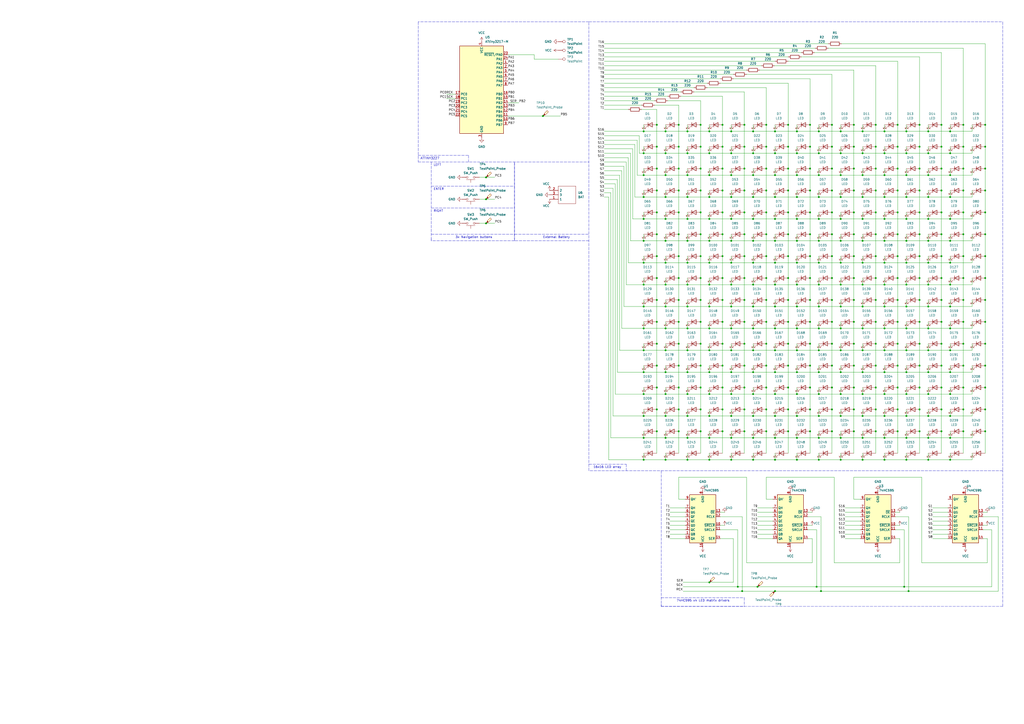
<source format=kicad_sch>
(kicad_sch (version 20211123) (generator eeschema)
  (paper "A2")
  (title_block (title "PCB busness card") (rev "1.0") (company "Landon Mello"))
  (junction (at 520.7 186.69))
  (junction (at 546.1 224.79))
  (junction (at 406.4 97.79))
  (junction (at 520.7 224.79))
  (junction (at 533.4 186.69))
  (junction (at 551.18 88.9))
  (junction (at 431.8 173.99))
  (junction (at 520.7 72.39))
  (junction (at 487.68 190.5))
  (junction (at 487.68 152.4))
  (junction (at 444.5 123.19))
  (junction (at 411.48 203.2))
  (junction (at 424.18 139.7))
  (junction (at 411.48 88.9))
  (junction (at 482.6 161.29))
  (junction (at 419.1 85.09))
  (junction (at 525.78 190.5))
  (junction (at 487.68 254))
  (junction (at 551.18 114.3))
  (junction (at 551.18 266.7))
  (junction (at 551.18 190.5))
  (junction (at 495.3 173.99))
  (junction (at 500.38 177.8))
  (junction (at 457.2 173.99))
  (junction (at 381 97.79))
  (junction (at 393.7 110.49))
  (junction (at 449.58 101.6))
  (junction (at 508 85.09))
  (junction (at 474.98 165.1))
  (junction (at 558.8 173.99))
  (junction (at 373.38 88.9))
  (junction (at 431.8 72.39))
  (junction (at 513.08 177.8))
  (junction (at 411.48 101.6))
  (junction (at 495.3 212.09))
  (junction (at 487.68 165.1))
  (junction (at 525.78 152.4))
  (junction (at 495.3 135.89))
  (junction (at 444.5 161.29))
  (junction (at 508 161.29))
  (junction (at 469.9 173.99))
  (junction (at 482.6 110.49))
  (junction (at 538.48 228.6))
  (junction (at 558.8 199.39))
  (junction (at 500.38 203.2))
  (junction (at 525.78 241.3))
  (junction (at 457.2 186.69))
  (junction (at 393.7 148.59))
  (junction (at 520.7 97.79))
  (junction (at 462.28 254))
  (junction (at 520.7 110.49))
  (junction (at 393.7 199.39))
  (junction (at 469.9 135.89))
  (junction (at 462.28 76.2))
  (junction (at 436.88 241.3))
  (junction (at 462.28 101.6))
  (junction (at 424.18 114.3))
  (junction (at 398.78 165.1))
  (junction (at 381 123.19))
  (junction (at 449.58 88.9))
  (junction (at 431.8 199.39))
  (junction (at 495.3 72.39))
  (junction (at 500.38 101.6))
  (junction (at 500.38 139.7))
  (junction (at 430.53 342.9))
  (junction (at 487.68 88.9))
  (junction (at 520.7 199.39))
  (junction (at 520.7 212.09))
  (junction (at 424.18 215.9))
  (junction (at 513.08 266.7))
  (junction (at 398.78 203.2))
  (junction (at 487.68 266.7))
  (junction (at 373.38 76.2))
  (junction (at 513.08 228.6))
  (junction (at 525.78 114.3))
  (junction (at 449.58 177.8))
  (junction (at 444.5 72.39))
  (junction (at 373.38 203.2))
  (junction (at 525.78 101.6))
  (junction (at 546.1 212.09))
  (junction (at 558.8 161.29))
  (junction (at 551.18 254))
  (junction (at 469.9 186.69))
  (junction (at 457.2 85.09))
  (junction (at 495.3 148.59))
  (junction (at 495.3 97.79))
  (junction (at 525.78 76.2))
  (junction (at 424.18 203.2))
  (junction (at 474.98 254))
  (junction (at 533.4 250.19))
  (junction (at 546.1 250.19))
  (junction (at 281.94 102.87))
  (junction (at 381 224.79))
  (junction (at 449.58 127))
  (junction (at 431.8 250.19))
  (junction (at 424.18 165.1))
  (junction (at 508 110.49))
  (junction (at 419.1 110.49))
  (junction (at 533.4 72.39))
  (junction (at 381 237.49))
  (junction (at 551.18 228.6))
  (junction (at 558.8 224.79))
  (junction (at 462.28 177.8))
  (junction (at 487.68 177.8))
  (junction (at 551.18 203.2))
  (junction (at 469.9 224.79))
  (junction (at 495.3 250.19))
  (junction (at 500.38 266.7))
  (junction (at 551.18 152.4))
  (junction (at 500.38 76.2))
  (junction (at 457.2 97.79))
  (junction (at 431.8 148.59))
  (junction (at 411.48 127))
  (junction (at 381 212.09))
  (junction (at 411.48 139.7))
  (junction (at 406.4 212.09))
  (junction (at 406.4 123.19))
  (junction (at 373.38 139.7))
  (junction (at 538.48 139.7))
  (junction (at 431.8 186.69))
  (junction (at 482.6 85.09))
  (junction (at 373.38 177.8))
  (junction (at 482.6 186.69))
  (junction (at 538.48 88.9))
  (junction (at 381 199.39))
  (junction (at 462.28 266.7))
  (junction (at 533.4 110.49))
  (junction (at 436.88 254))
  (junction (at 508 123.19))
  (junction (at 469.9 123.19))
  (junction (at 520.7 123.19))
  (junction (at 419.1 72.39))
  (junction (at 381 161.29))
  (junction (at 487.68 139.7))
  (junction (at 449.58 76.2))
  (junction (at 444.5 237.49))
  (junction (at 513.08 76.2))
  (junction (at 469.9 212.09))
  (junction (at 457.2 161.29))
  (junction (at 419.1 161.29))
  (junction (at 495.3 237.49))
  (junction (at 373.38 114.3))
  (junction (at 525.78 165.1))
  (junction (at 427.99 340.36))
  (junction (at 431.8 123.19))
  (junction (at 558.8 186.69))
  (junction (at 424.18 152.4))
  (junction (at 436.88 228.6))
  (junction (at 381 173.99))
  (junction (at 474.98 241.3))
  (junction (at 551.18 139.7))
  (junction (at 500.38 254))
  (junction (at 525.78 139.7))
  (junction (at 449.58 215.9))
  (junction (at 474.98 190.5))
  (junction (at 462.28 88.9))
  (junction (at 424.18 177.8))
  (junction (at 474.98 266.7))
  (junction (at 525.78 127))
  (junction (at 482.6 250.19))
  (junction (at 474.98 114.3))
  (junction (at 393.7 186.69))
  (junction (at 419.1 173.99))
  (junction (at 474.98 215.9))
  (junction (at 495.3 199.39))
  (junction (at 449.58 190.5))
  (junction (at 419.1 148.59))
  (junction (at 546.1 72.39))
  (junction (at 406.4 224.79))
  (junction (at 373.38 228.6))
  (junction (at 393.7 237.49))
  (junction (at 444.5 85.09))
  (junction (at 571.5 173.99))
  (junction (at 513.08 88.9))
  (junction (at 469.9 97.79))
  (junction (at 373.38 127))
  (junction (at 444.5 97.79))
  (junction (at 546.1 186.69))
  (junction (at 513.08 203.2))
  (junction (at 386.08 127))
  (junction (at 520.7 135.89))
  (junction (at 462.28 152.4))
  (junction (at 419.1 237.49))
  (junction (at 482.6 224.79))
  (junction (at 373.38 215.9))
  (junction (at 398.78 228.6))
  (junction (at 571.5 85.09))
  (junction (at 473.71 340.36))
  (junction (at 520.7 250.19))
  (junction (at 398.78 215.9))
  (junction (at 457.2 148.59))
  (junction (at 449.58 139.7))
  (junction (at 381 250.19))
  (junction (at 487.68 127))
  (junction (at 474.98 139.7))
  (junction (at 546.1 199.39))
  (junction (at 436.88 177.8))
  (junction (at 436.88 88.9))
  (junction (at 457.2 212.09))
  (junction (at 474.98 127))
  (junction (at 538.48 215.9))
  (junction (at 393.7 161.29))
  (junction (at 393.7 212.09))
  (junction (at 558.8 110.49))
  (junction (at 546.1 173.99))
  (junction (at 538.48 127))
  (junction (at 431.8 135.89))
  (junction (at 462.28 165.1))
  (junction (at 558.8 237.49))
  (junction (at 449.58 228.6))
  (junction (at 436.88 101.6))
  (junction (at 386.08 215.9))
  (junction (at 419.1 97.79))
  (junction (at 525.78 254))
  (junction (at 508 135.89))
  (junction (at 546.1 85.09))
  (junction (at 571.5 110.49))
  (junction (at 373.38 190.5))
  (junction (at 424.18 228.6))
  (junction (at 524.51 340.36))
  (junction (at 462.28 139.7))
  (junction (at 520.7 148.59))
  (junction (at 533.4 135.89))
  (junction (at 424.18 76.2))
  (junction (at 558.8 97.79))
  (junction (at 571.5 237.49))
  (junction (at 457.2 135.89))
  (junction (at 381 148.59))
  (junction (at 571.5 148.59))
  (junction (at 551.18 165.1))
  (junction (at 406.4 186.69))
  (junction (at 469.9 250.19))
  (junction (at 520.7 161.29))
  (junction (at 419.1 199.39))
  (junction (at 457.2 123.19))
  (junction (at 495.3 161.29))
  (junction (at 457.2 110.49))
  (junction (at 538.48 254))
  (junction (at 424.18 254))
  (junction (at 495.3 85.09))
  (junction (at 525.78 215.9))
  (junction (at 508 250.19))
  (junction (at 419.1 135.89))
  (junction (at 386.08 254))
  (junction (at 386.08 152.4))
  (junction (at 381 72.39))
  (junction (at 436.88 139.7))
  (junction (at 571.5 199.39))
  (junction (at 469.9 110.49))
  (junction (at 538.48 101.6))
  (junction (at 436.88 266.7))
  (junction (at 444.5 224.79))
  (junction (at 525.78 177.8))
  (junction (at 436.88 127))
  (junction (at 424.18 190.5))
  (junction (at 386.08 139.7))
  (junction (at 551.18 177.8))
  (junction (at 424.18 101.6))
  (junction (at 500.38 228.6))
  (junction (at 406.4 72.39))
  (junction (at 533.4 97.79))
  (junction (at 281.94 129.54))
  (junction (at 386.08 114.3))
  (junction (at 449.58 342.9))
  (junction (at 508 199.39))
  (junction (at 558.8 135.89))
  (junction (at 546.1 161.29))
  (junction (at 436.88 215.9))
  (junction (at 538.48 114.3))
  (junction (at 381 135.89))
  (junction (at 533.4 224.79))
  (junction (at 444.5 148.59))
  (junction (at 424.18 88.9))
  (junction (at 444.5 250.19))
  (junction (at 424.18 266.7))
  (junction (at 538.48 177.8))
  (junction (at 431.8 237.49))
  (junction (at 571.5 212.09))
  (junction (at 508 224.79))
  (junction (at 386.08 266.7))
  (junction (at 546.1 148.59))
  (junction (at 495.3 224.79))
  (junction (at 398.78 254))
  (junction (at 571.5 97.79))
  (junction (at 474.98 88.9))
  (junction (at 500.38 241.3))
  (junction (at 436.88 152.4))
  (junction (at 462.28 127))
  (junction (at 474.98 177.8))
  (junction (at 558.8 72.39))
  (junction (at 469.9 72.39))
  (junction (at 500.38 165.1))
  (junction (at 474.98 152.4))
  (junction (at 558.8 250.19))
  (junction (at 482.6 97.79))
  (junction (at 411.48 152.4))
  (junction (at 571.5 250.19))
  (junction (at 462.28 228.6))
  (junction (at 419.1 250.19))
  (junction (at 406.4 85.09))
  (junction (at 462.28 114.3))
  (junction (at 386.08 203.2))
  (junction (at 393.7 72.39))
  (junction (at 525.78 228.6))
  (junction (at 449.58 266.7))
  (junction (at 482.6 237.49))
  (junction (at 436.88 203.2))
  (junction (at 482.6 173.99))
  (junction (at 398.78 139.7))
  (junction (at 508 237.49))
  (junction (at 406.4 173.99))
  (junction (at 444.5 173.99))
  (junction (at 373.38 101.6))
  (junction (at 571.5 135.89))
  (junction (at 558.8 123.19))
  (junction (at 411.48 190.5))
  (junction (at 373.38 254))
  (junction (at 411.48 228.6))
  (junction (at 533.4 199.39))
  (junction (at 431.8 85.09))
  (junction (at 411.48 177.8))
  (junction (at 500.38 127))
  (junction (at 431.8 224.79))
  (junction (at 571.5 161.29))
  (junction (at 500.38 190.5))
  (junction (at 476.25 342.9))
  (junction (at 393.7 135.89))
  (junction (at 533.4 161.29))
  (junction (at 538.48 190.5))
  (junction (at 513.08 152.4))
  (junction (at 551.18 127))
  (junction (at 398.78 114.3))
  (junction (at 373.38 266.7))
  (junction (at 462.28 203.2))
  (junction (at 487.68 228.6))
  (junction (at 457.2 199.39))
  (junction (at 538.48 152.4))
  (junction (at 546.1 135.89))
  (junction (at 571.5 224.79))
  (junction (at 513.08 254))
  (junction (at 398.78 152.4))
  (junction (at 513.08 127))
  (junction (at 419.1 212.09))
  (junction (at 398.78 190.5))
  (junction (at 527.05 342.9))
  (junction (at 386.08 228.6))
  (junction (at 508 72.39))
  (junction (at 474.98 76.2))
  (junction (at 406.4 199.39))
  (junction (at 373.38 241.3))
  (junction (at 469.9 85.09))
  (junction (at 444.5 212.09))
  (junction (at 436.88 190.5))
  (junction (at 314.96 67.31))
  (junction (at 398.78 266.7))
  (junction (at 281.94 115.57))
  (junction (at 386.08 241.3))
  (junction (at 513.08 101.6))
  (junction (at 411.48 76.2))
  (junction (at 533.4 212.09))
  (junction (at 381 85.09))
  (junction (at 558.8 85.09))
  (junction (at 571.5 123.19))
  (junction (at 546.1 110.49))
  (junction (at 495.3 186.69))
  (junction (at 495.3 110.49))
  (junction (at 373.38 152.4))
  (junction (at 538.48 76.2))
  (junction (at 469.9 199.39))
  (junction (at 525.78 266.7))
  (junction (at 546.1 97.79))
  (junction (at 474.98 228.6))
  (junction (at 558.8 212.09))
  (junction (at 381 110.49))
  (junction (at 482.6 123.19))
  (junction (at 398.78 88.9))
  (junction (at 533.4 123.19))
  (junction (at 469.9 148.59))
  (junction (at 538.48 165.1))
  (junction (at 508 212.09))
  (junction (at 508 97.79))
  (junction (at 538.48 266.7))
  (junction (at 398.78 76.2))
  (junction (at 457.2 237.49))
  (junction (at 411.48 165.1))
  (junction (at 386.08 165.1))
  (junction (at 474.98 203.2))
  (junction (at 551.18 241.3))
  (junction (at 558.8 148.59))
  (junction (at 482.6 199.39))
  (junction (at 508 186.69))
  (junction (at 513.08 114.3))
  (junction (at 444.5 186.69))
  (junction (at 551.18 101.6))
  (junction (at 520.7 85.09))
  (junction (at 457.2 72.39))
  (junction (at 462.28 241.3))
  (junction (at 411.48 241.3))
  (junction (at 571.5 72.39))
  (junction (at 500.38 114.3))
  (junction (at 411.48 254))
  (junction (at 424.18 127))
  (junction (at 419.1 224.79))
  (junction (at 500.38 88.9))
  (junction (at 533.4 173.99))
  (junction (at 525.78 203.2))
  (junction (at 500.38 152.4))
  (junction (at 386.08 190.5))
  (junction (at 482.6 135.89))
  (junction (at 398.78 241.3))
  (junction (at 373.38 165.1))
  (junction (at 462.28 190.5))
  (junction (at 520.7 237.49))
  (junction (at 439.42 340.36))
  (junction (at 431.8 161.29))
  (junction (at 487.68 215.9))
  (junction (at 436.88 114.3))
  (junction (at 487.68 241.3))
  (junction (at 386.08 88.9))
  (junction (at 406.4 250.19))
  (junction (at 513.08 139.7))
  (junction (at 436.88 76.2))
  (junction (at 482.6 72.39))
  (junction (at 444.5 135.89))
  (junction (at 406.4 110.49))
  (junction (at 444.5 110.49))
  (junction (at 513.08 190.5))
  (junction (at 495.3 123.19))
  (junction (at 546.1 123.19))
  (junction (at 411.48 337.82))
  (junction (at 406.4 237.49))
  (junction (at 449.58 152.4))
  (junction (at 513.08 241.3))
  (junction (at 393.7 250.19))
  (junction (at 406.4 148.59))
  (junction (at 419.1 123.19))
  (junction (at 406.4 161.29))
  (junction (at 431.8 212.09))
  (junction (at 457.2 250.19))
  (junction (at 449.58 241.3))
  (junction (at 551.18 76.2))
  (junction (at 533.4 237.49))
  (junction (at 513.08 165.1))
  (junction (at 538.48 203.2))
  (junction (at 525.78 88.9))
  (junction (at 386.08 101.6))
  (junction (at 533.4 85.09))
  (junction (at 513.08 215.9))
  (junction (at 487.68 203.2))
  (junction (at 406.4 135.89))
  (junction (at 508 173.99))
  (junction (at 571.5 186.69))
  (junction (at 457.2 224.79))
  (junction (at 444.5 199.39))
  (junction (at 474.98 101.6))
  (junction (at 482.6 212.09))
  (junction (at 411.48 266.7))
  (junction (at 469.9 161.29))
  (junction (at 393.7 97.79))
  (junction (at 431.8 97.79))
  (junction (at 449.58 165.1))
  (junction (at 487.68 101.6))
  (junction (at 551.18 215.9))
  (junction (at 487.68 76.2))
  (junction (at 393.7 123.19))
  (junction (at 500.38 215.9))
  (junction (at 520.7 173.99))
  (junction (at 508 148.59))
  (junction (at 398.78 101.6))
  (junction (at 462.28 215.9))
  (junction (at 469.9 237.49))
  (junction (at 449.58 114.3))
  (junction (at 538.48 241.3))
  (junction (at 411.48 215.9))
  (junction (at 482.6 148.59))
  (junction (at 431.8 110.49))
  (junction (at 386.08 177.8))
  (junction (at 424.18 241.3))
  (junction (at 436.88 165.1))
  (junction (at 546.1 237.49))
  (junction (at 449.58 203.2))
  (junction (at 411.48 114.3))
  (junction (at 393.7 173.99))
  (junction (at 487.68 114.3))
  (junction (at 398.78 177.8))
  (junction (at 381 186.69))
  (junction (at 533.4 148.59))
  (junction (at 449.58 254))
  (junction (at 386.08 76.2))
  (junction (at 393.7 85.09))
  (junction (at 393.7 224.79))
  (junction (at 398.78 127))
  (junction (at 419.1 186.69))
  (wire (pts (xy 462.28 254) (xy 474.98 254)))
  (wire (pts (xy 396.24 340.36) (xy 427.99 340.36)))
  (wire (pts (xy 350.52 63.5) (xy 364.49 63.5)))
  (wire (pts (xy 474.98 148.59) (xy 474.98 152.4)))
  (wire (pts (xy 411.48 212.09) (xy 411.48 215.9)))
  (wire (pts (xy 495.3 135.89) (xy 495.3 148.59)))
  (wire (pts (xy 431.8 123.19) (xy 431.8 135.89)))
  (wire (pts (xy 388.62 309.88) (xy 397.51 309.88)))
  (wire (pts (xy 373.38 212.09) (xy 373.38 215.9)))
  (wire (pts (xy 449.58 127) (xy 462.28 127)))
  (wire (pts (xy 373.38 228.6) (xy 386.08 228.6)))
  (wire (pts (xy 393.7 173.99) (xy 393.7 161.29)))
  (wire (pts (xy 474.98 135.89) (xy 474.98 139.7)))
  (wire (pts (xy 563.88 114.3) (xy 563.88 110.49)))
  (wire (pts (xy 424.18 76.2) (xy 436.88 76.2)))
  (wire (pts (xy 508 212.09) (xy 508 224.79)))
  (wire (pts (xy 444.5 250.19) (xy 444.5 262.89)))
  (wire (pts (xy 431.8 250.19) (xy 431.8 262.89)))
  (wire (pts (xy 393.7 186.69) (xy 393.7 199.39)))
  (wire (pts (xy 398.78 215.9) (xy 411.48 215.9)))
  (wire (pts (xy 436.88 212.09) (xy 436.88 215.9)))
  (wire (pts (xy 487.68 266.7) (xy 500.38 266.7)))
  (wire (pts (xy 350.52 99.06) (xy 360.68 99.06)))
  (wire (pts (xy 424.18 110.49) (xy 424.18 114.3)))
  (wire (pts (xy 551.18 224.79) (xy 551.18 228.6)))
  (wire (pts (xy 364.49 152.4) (xy 364.49 91.44)))
  (wire (pts (xy 411.48 72.39) (xy 411.48 76.2)))
  (wire (pts (xy 354.33 111.76) (xy 354.33 254)))
  (wire (pts (xy 525.78 250.19) (xy 525.78 254)))
  (wire (pts (xy 558.8 186.69) (xy 558.8 199.39)))
  (wire (pts (xy 500.38 152.4) (xy 513.08 152.4)))
  (wire (pts (xy 393.7 276.86) (xy 433.07 276.86)))
  (wire (pts (xy 462.28 254) (xy 462.28 250.19)))
  (wire (pts (xy 563.88 228.6) (xy 563.88 224.79)))
  (wire (pts (xy 462.28 215.9) (xy 474.98 215.9)))
  (wire (pts (xy 473.71 340.36) (xy 524.51 340.36)))
  (wire (pts (xy 525.78 237.49) (xy 525.78 241.3)))
  (wire (pts (xy 462.28 266.7) (xy 474.98 266.7)))
  (wire (pts (xy 436.88 237.49) (xy 436.88 241.3)))
  (wire (pts (xy 538.48 135.89) (xy 538.48 139.7)))
  (wire (pts (xy 411.48 148.59) (xy 411.48 152.4)))
  (wire (pts (xy 471.17 297.18) (xy 468.63 297.18)))
  (wire (pts (xy 525.78 101.6) (xy 538.48 101.6)))
  (wire (pts (xy 381 97.79) (xy 381 110.49)))
  (wire (pts (xy 386.08 139.7) (xy 398.78 139.7)))
  (wire (pts (xy 482.6 212.09) (xy 482.6 224.79)))
  (wire (pts (xy 474.98 199.39) (xy 474.98 203.2)))
  (wire (pts (xy 373.38 97.79) (xy 373.38 101.6)))
  (wire (pts (xy 513.08 148.59) (xy 513.08 152.4)))
  (wire (pts (xy 424.18 152.4) (xy 436.88 152.4)))
  (wire (pts (xy 474.98 76.2) (xy 487.68 76.2)))
  (wire (pts (xy 541.02 304.8) (xy 549.91 304.8)))
  (wire (pts (xy 398.78 97.79) (xy 398.78 101.6)))
  (wire (pts (xy 490.22 307.34) (xy 499.11 307.34)))
  (polyline (pts (xy 271.78 90.17) (xy 271.78 93.98)))
  (wire (pts (xy 381 224.79) (xy 381 237.49)))
  (wire (pts (xy 525.78 123.19) (xy 525.78 127)))
  (wire (pts (xy 474.98 88.9) (xy 487.68 88.9)))
  (wire (pts (xy 558.8 27.94) (xy 558.8 72.39)))
  (wire (pts (xy 411.48 199.39) (xy 411.48 203.2)))
  (wire (pts (xy 436.88 114.3) (xy 449.58 114.3)))
  (wire (pts (xy 350.52 45.72) (xy 417.83 45.72)))
  (wire (pts (xy 386.08 224.79) (xy 386.08 228.6)))
  (polyline (pts (xy 581.66 12.7) (xy 581.66 273.05)))
  (wire (pts (xy 373.38 148.59) (xy 373.38 152.4)))
  (polyline (pts (xy 242.57 90.17) (xy 271.78 90.17)))
  (wire (pts (xy 398.78 114.3) (xy 411.48 114.3)))
  (wire (pts (xy 468.63 299.72) (xy 476.25 299.72)))
  (wire (pts (xy 373.38 241.3) (xy 386.08 241.3)))
  (wire (pts (xy 525.78 224.79) (xy 525.78 228.6)))
  (wire (pts (xy 495.3 148.59) (xy 495.3 161.29)))
  (wire (pts (xy 551.18 262.89) (xy 551.18 266.7)))
  (wire (pts (xy 474.98 110.49) (xy 474.98 114.3)))
  (wire (pts (xy 513.08 123.19) (xy 513.08 127)))
  (wire (pts (xy 538.48 186.69) (xy 538.48 190.5)))
  (wire (pts (xy 350.52 86.36) (xy 367.03 86.36)))
  (wire (pts (xy 462.28 139.7) (xy 462.28 135.89)))
  (wire (pts (xy 546.1 30.48) (xy 546.1 72.39)))
  (wire (pts (xy 436.88 203.2) (xy 449.58 203.2)))
  (wire (pts (xy 571.5 123.19) (xy 571.5 135.89)))
  (wire (pts (xy 386.08 148.59) (xy 386.08 152.4)))
  (wire (pts (xy 525.78 152.4) (xy 538.48 152.4)))
  (wire (pts (xy 398.78 72.39) (xy 398.78 76.2)))
  (wire (pts (xy 406.4 58.42) (xy 406.4 72.39)))
  (wire (pts (xy 398.78 254) (xy 411.48 254)))
  (polyline (pts (xy 383.54 351.79) (xy 383.54 350.52)))
  (wire (pts (xy 449.58 97.79) (xy 449.58 101.6)))
  (wire (pts (xy 419.1 212.09) (xy 419.1 224.79)))
  (wire (pts (xy 558.8 250.19) (xy 558.8 262.89)))
  (wire (pts (xy 462.28 190.5) (xy 462.28 186.69)))
  (wire (pts (xy 462.28 114.3) (xy 474.98 114.3)))
  (wire (pts (xy 388.62 302.26) (xy 397.51 302.26)))
  (wire (pts (xy 411.48 262.89) (xy 411.48 266.7)))
  (wire (pts (xy 462.28 241.3) (xy 474.98 241.3)))
  (wire (pts (xy 487.68 72.39) (xy 487.68 76.2)))
  (wire (pts (xy 436.88 266.7) (xy 449.58 266.7)))
  (wire (pts (xy 462.28 88.9) (xy 462.28 85.09)))
  (wire (pts (xy 462.28 203.2) (xy 474.98 203.2)))
  (wire (pts (xy 527.05 342.9) (xy 579.12 342.9)))
  (wire (pts (xy 538.48 101.6) (xy 551.18 101.6)))
  (wire (pts (xy 355.6 241.3) (xy 373.38 241.3)))
  (wire (pts (xy 444.5 289.56) (xy 444.5 276.86)))
  (wire (pts (xy 406.4 186.69) (xy 406.4 199.39)))
  (wire (pts (xy 449.58 161.29) (xy 449.58 165.1)))
  (wire (pts (xy 469.9 72.39) (xy 469.9 85.09)))
  (wire (pts (xy 474.98 203.2) (xy 487.68 203.2)))
  (wire (pts (xy 350.52 60.96) (xy 372.11 60.96)))
  (wire (pts (xy 513.08 85.09) (xy 513.08 88.9)))
  (wire (pts (xy 424.18 139.7) (xy 436.88 139.7)))
  (wire (pts (xy 508 72.39) (xy 508 85.09)))
  (wire (pts (xy 546.1 123.19) (xy 546.1 135.89)))
  (wire (pts (xy 436.88 123.19) (xy 436.88 127)))
  (wire (pts (xy 439.42 294.64) (xy 448.31 294.64)))
  (wire (pts (xy 571.5 85.09) (xy 571.5 97.79)))
  (wire (pts (xy 373.38 127) (xy 367.03 127)))
  (wire (pts (xy 398.78 76.2) (xy 411.48 76.2)))
  (wire (pts (xy 487.68 114.3) (xy 500.38 114.3)))
  (wire (pts (xy 571.5 199.39) (xy 571.5 212.09)))
  (wire (pts (xy 386.08 203.2) (xy 398.78 203.2)))
  (wire (pts (xy 419.1 224.79) (xy 419.1 237.49)))
  (wire (pts (xy 513.08 110.49) (xy 513.08 114.3)))
  (wire (pts (xy 533.4 33.02) (xy 464.82 33.02)))
  (wire (pts (xy 551.18 127) (xy 563.88 127)))
  (wire (pts (xy 558.8 27.94) (xy 480.4937 27.94)))
  (wire (pts (xy 546.1 148.59) (xy 546.1 161.29)))
  (wire (pts (xy 563.88 266.7) (xy 563.88 262.89)))
  (wire (pts (xy 469.9 173.99) (xy 469.9 186.69)))
  (wire (pts (xy 350.52 78.74) (xy 370.84 78.74)))
  (wire (pts (xy 538.48 173.99) (xy 538.48 177.8)))
  (wire (pts (xy 393.7 173.99) (xy 393.7 186.69)))
  (wire (pts (xy 398.78 173.99) (xy 398.78 177.8)))
  (wire (pts (xy 350.52 48.26) (xy 410.21 48.26)))
  (wire (pts (xy 424.18 135.89) (xy 424.18 139.7)))
  (wire (pts (xy 457.2 148.59) (xy 457.2 161.29)))
  (wire (pts (xy 462.28 228.6) (xy 474.98 228.6)))
  (wire (pts (xy 551.18 215.9) (xy 563.88 215.9)))
  (wire (pts (xy 373.38 186.69) (xy 373.38 190.5)))
  (wire (pts (xy 558.8 224.79) (xy 558.8 237.49)))
  (wire (pts (xy 551.18 139.7) (xy 563.88 139.7)))
  (wire (pts (xy 457.2 72.39) (xy 457.2 48.26)))
  (wire (pts (xy 500.38 161.29) (xy 500.38 165.1)))
  (wire (pts (xy 570.23 307.34) (xy 575.31 307.34)))
  (wire (pts (xy 425.45 312.42) (xy 425.45 337.82)))
  (wire (pts (xy 398.78 139.7) (xy 411.48 139.7)))
  (wire (pts (xy 398.78 212.09) (xy 398.78 215.9)))
  (wire (pts (xy 563.88 203.2) (xy 563.88 199.39)))
  (wire (pts (xy 424.18 228.6) (xy 436.88 228.6)))
  (wire (pts (xy 436.88 72.39) (xy 436.88 76.2)))
  (wire (pts (xy 411.48 161.29) (xy 411.48 165.1)))
  (wire (pts (xy 551.18 254) (xy 563.88 254)))
  (wire (pts (xy 424.18 190.5) (xy 436.88 190.5)))
  (wire (pts (xy 439.42 309.88) (xy 448.31 309.88)))
  (wire (pts (xy 551.18 76.2) (xy 563.88 76.2)))
  (wire (pts (xy 419.1 123.19) (xy 419.1 135.89)))
  (wire (pts (xy 474.98 72.39) (xy 474.98 76.2)))
  (wire (pts (xy 439.42 307.34) (xy 448.31 307.34)))
  (wire (pts (xy 487.68 241.3) (xy 500.38 241.3)))
  (wire (pts (xy 411.48 266.7) (xy 424.18 266.7)))
  (wire (pts (xy 520.7 110.49) (xy 520.7 123.19)))
  (wire (pts (xy 424.18 212.09) (xy 424.18 215.9)))
  (wire (pts (xy 513.08 212.09) (xy 513.08 215.9)))
  (wire (pts (xy 386.08 237.49) (xy 386.08 241.3)))
  (wire (pts (xy 373.38 173.99) (xy 373.38 177.8)))
  (wire (pts (xy 370.84 88.9) (xy 373.38 88.9)))
  (wire (pts (xy 525.78 127) (xy 538.48 127)))
  (wire (pts (xy 558.8 199.39) (xy 558.8 212.09)))
  (wire (pts (xy 281.94 129.54) (xy 287.02 129.54)))
  (wire (pts (xy 449.58 88.9) (xy 462.28 88.9)))
  (wire (pts (xy 449.58 215.9) (xy 462.28 215.9)))
  (wire (pts (xy 524.51 340.36) (xy 575.31 340.36)))
  (wire (pts (xy 558.8 148.59) (xy 558.8 161.29)))
  (wire (pts (xy 538.48 97.79) (xy 538.48 101.6)))
  (wire (pts (xy 541.02 309.88) (xy 549.91 309.88)))
  (wire (pts (xy 551.18 72.39) (xy 551.18 76.2)))
  (wire (pts (xy 500.38 266.7) (xy 513.08 266.7)))
  (wire (pts (xy 520.7 148.59) (xy 520.7 161.29)))
  (wire (pts (xy 520.7 97.79) (xy 520.7 110.49)))
  (wire (pts (xy 353.06 266.7) (xy 373.38 266.7)))
  (wire (pts (xy 538.48 76.2) (xy 551.18 76.2)))
  (wire (pts (xy 354.33 254) (xy 373.38 254)))
  (wire (pts (xy 533.4 123.19) (xy 533.4 135.89)))
  (wire (pts (xy 386.08 161.29) (xy 386.08 165.1)))
  (wire (pts (xy 386.08 228.6) (xy 398.78 228.6)))
  (wire (pts (xy 449.58 342.9) (xy 476.25 342.9)))
  (wire (pts (xy 513.08 237.49) (xy 513.08 241.3)))
  (wire (pts (xy 398.78 123.19) (xy 398.78 127)))
  (wire (pts (xy 462.28 215.9) (xy 462.28 212.09)))
  (wire (pts (xy 360.68 190.5) (xy 360.68 99.06)))
  (wire (pts (xy 411.48 337.82) (xy 425.45 337.82)))
  (wire (pts (xy 495.3 97.79) (xy 495.3 110.49)))
  (wire (pts (xy 411.48 123.19) (xy 411.48 127)))
  (wire (pts (xy 558.8 85.09) (xy 558.8 97.79)))
  (wire (pts (xy 350.52 88.9) (xy 365.76 88.9)))
  (wire (pts (xy 398.78 241.3) (xy 411.48 241.3)))
  (wire (pts (xy 570.23 299.72) (xy 579.12 299.72)))
  (wire (pts (xy 398.78 85.09) (xy 398.78 88.9)))
  (wire (pts (xy 424.18 148.59) (xy 424.18 152.4)))
  (wire (pts (xy 563.88 241.3) (xy 563.88 237.49)))
  (wire (pts (xy 350.52 25.4) (xy 480.5036 25.4)))
  (wire (pts (xy 469.9 237.49) (xy 469.9 250.19)))
  (wire (pts (xy 541.02 299.72) (xy 549.91 299.72)))
  (wire (pts (xy 431.8 85.09) (xy 431.8 97.79)))
  (wire (pts (xy 495.3 237.49) (xy 495.3 250.19)))
  (wire (pts (xy 350.52 27.94) (xy 472.8737 27.94)))
  (wire (pts (xy 381 110.49) (xy 381 123.19)))
  (wire (pts (xy 482.6 97.79) (xy 482.6 110.49)))
  (wire (pts (xy 500.38 97.79) (xy 500.38 101.6)))
  (wire (pts (xy 487.68 139.7) (xy 500.38 139.7)))
  (wire (pts (xy 381 123.19) (xy 381 135.89)))
  (wire (pts (xy 563.88 215.9) (xy 563.88 212.09)))
  (wire (pts (xy 533.4 173.99) (xy 533.4 186.69)))
  (wire (pts (xy 500.38 165.1) (xy 513.08 165.1)))
  (wire (pts (xy 469.9 97.79) (xy 469.9 110.49)))
  (wire (pts (xy 521.97 297.18) (xy 519.43 297.18)))
  (wire (pts (xy 406.4 97.79) (xy 406.4 110.49)))
  (wire (pts (xy 538.48 224.79) (xy 538.48 228.6)))
  (wire (pts (xy 513.08 114.3) (xy 525.78 114.3)))
  (wire (pts (xy 457.2 173.99) (xy 457.2 161.29)))
  (wire (pts (xy 546.1 212.09) (xy 546.1 224.79)))
  (wire (pts (xy 472.44 30.48) (xy 546.1 30.48)))
  (wire (pts (xy 571.5 161.29) (xy 571.5 173.99)))
  (wire (pts (xy 393.7 135.89) (xy 393.7 148.59)))
  (wire (pts (xy 350.52 55.88) (xy 387.35 55.88)))
  (wire (pts (xy 411.48 203.2) (xy 424.18 203.2)))
  (wire (pts (xy 386.08 88.9) (xy 398.78 88.9)))
  (wire (pts (xy 490.22 299.72) (xy 499.11 299.72)))
  (wire (pts (xy 350.52 43.18) (xy 425.45 43.18)))
  (wire (pts (xy 356.87 106.68) (xy 356.87 228.6)))
  (polyline (pts (xy 242.57 93.98) (xy 341.63 93.98)))
  (wire (pts (xy 533.4 199.39) (xy 533.4 212.09)))
  (wire (pts (xy 513.08 262.89) (xy 513.08 266.7)))
  (wire (pts (xy 431.8 72.39) (xy 431.8 53.34)))
  (wire (pts (xy 571.5 72.39) (xy 571.5 85.09)))
  (wire (pts (xy 411.48 173.99) (xy 411.48 177.8)))
  (wire (pts (xy 309.88 31.75) (xy 309.88 34.29)))
  (wire (pts (xy 350.52 58.42) (xy 379.73 58.42)))
  (wire (pts (xy 546.1 173.99) (xy 546.1 186.69)))
  (wire (pts (xy 469.9 135.89) (xy 469.9 148.59)))
  (wire (pts (xy 490.22 312.42) (xy 499.11 312.42)))
  (wire (pts (xy 546.1 237.49) (xy 546.1 250.19)))
  (wire (pts (xy 393.7 148.59) (xy 393.7 161.29)))
  (wire (pts (xy 436.88 165.1) (xy 449.58 165.1)))
  (wire (pts (xy 525.78 254) (xy 538.48 254)))
  (wire (pts (xy 398.78 110.49) (xy 398.78 114.3)))
  (wire (pts (xy 520.7 123.19) (xy 520.7 135.89)))
  (wire (pts (xy 424.18 177.8) (xy 436.88 177.8)))
  (wire (pts (xy 487.68 97.79) (xy 487.68 101.6)))
  (wire (pts (xy 444.5 72.39) (xy 444.5 85.09)))
  (wire (pts (xy 490.22 304.8) (xy 499.11 304.8)))
  (wire (pts (xy 495.3 289.56) (xy 495.3 276.86)))
  (wire (pts (xy 398.78 148.59) (xy 398.78 152.4)))
  (wire (pts (xy 520.7 224.79) (xy 520.7 237.49)))
  (wire (pts (xy 521.97 304.8) (xy 519.43 304.8)))
  (wire (pts (xy 525.78 76.2) (xy 538.48 76.2)))
  (wire (pts (xy 533.4 237.49) (xy 533.4 250.19)))
  (wire (pts (xy 398.78 101.6) (xy 411.48 101.6)))
  (wire (pts (xy 436.88 186.69) (xy 436.88 190.5)))
  (wire (pts (xy 487.68 250.19) (xy 487.68 254)))
  (wire (pts (xy 525.78 262.89) (xy 525.78 266.7)))
  (wire (pts (xy 563.88 152.4) (xy 563.88 148.59)))
  (wire (pts (xy 469.9 123.19) (xy 469.9 135.89)))
  (wire (pts (xy 474.98 123.19) (xy 474.98 127)))
  (wire (pts (xy 393.7 72.39) (xy 393.7 60.96)))
  (wire (pts (xy 419.1 161.29) (xy 419.1 173.99)))
  (wire (pts (xy 457.2 72.39) (xy 457.2 85.09)))
  (wire (pts (xy 427.99 307.34) (xy 427.99 340.36)))
  (wire (pts (xy 457.2 212.09) (xy 457.2 224.79)))
  (wire (pts (xy 495.3 276.86) (xy 534.67 276.86)))
  (wire (pts (xy 546.1 135.89) (xy 546.1 148.59)))
  (wire (pts (xy 411.48 190.5) (xy 424.18 190.5)))
  (wire (pts (xy 469.9 148.59) (xy 469.9 161.29)))
  (polyline (pts (xy 431.8 346.71) (xy 431.8 351.79)))
  (wire (pts (xy 487.68 152.4) (xy 500.38 152.4)))
  (wire (pts (xy 417.83 48.26) (xy 457.2 48.26)))
  (wire (pts (xy 474.98 97.79) (xy 474.98 101.6)))
  (wire (pts (xy 388.62 312.42) (xy 397.51 312.42)))
  (wire (pts (xy 469.9 224.79) (xy 469.9 237.49)))
  (wire (pts (xy 462.28 101.6) (xy 474.98 101.6)))
  (wire (pts (xy 487.68 254) (xy 500.38 254)))
  (wire (pts (xy 482.6 85.09) (xy 482.6 97.79)))
  (wire (pts (xy 373.38 123.19) (xy 373.38 127)))
  (wire (pts (xy 482.6 186.69) (xy 482.6 199.39)))
  (wire (pts (xy 538.48 148.59) (xy 538.48 152.4)))
  (wire (pts (xy 436.88 152.4) (xy 449.58 152.4)))
  (wire (pts (xy 388.62 297.18) (xy 397.51 297.18)))
  (wire (pts (xy 520.7 237.49) (xy 520.7 250.19)))
  (wire (pts (xy 513.08 190.5) (xy 525.78 190.5)))
  (wire (pts (xy 495.3 250.19) (xy 495.3 262.89)))
  (wire (pts (xy 386.08 114.3) (xy 398.78 114.3)))
  (wire (pts (xy 538.48 139.7) (xy 551.18 139.7)))
  (wire (pts (xy 563.88 173.99) (xy 563.88 177.8)))
  (wire (pts (xy 373.38 224.79) (xy 373.38 228.6)))
  (wire (pts (xy 381 85.09) (xy 381 97.79)))
  (polyline (pts (xy 341.63 269.24) (xy 363.22 269.24)))
  (wire (pts (xy 533.4 85.09) (xy 533.4 97.79)))
  (wire (pts (xy 500.38 135.89) (xy 500.38 139.7)))
  (wire (pts (xy 424.18 199.39) (xy 424.18 203.2)))
  (wire (pts (xy 433.07 276.86) (xy 433.07 326.39)))
  (wire (pts (xy 551.18 266.7) (xy 563.88 266.7)))
  (wire (pts (xy 411.48 186.69) (xy 411.48 190.5)))
  (wire (pts (xy 520.7 173.99) (xy 520.7 186.69)))
  (wire (pts (xy 563.88 254) (xy 563.88 250.19)))
  (wire (pts (xy 449.58 85.09) (xy 449.58 88.9)))
  (wire (pts (xy 482.6 148.59) (xy 482.6 161.29)))
  (wire (pts (xy 278.13 115.57) (xy 281.94 115.57)))
  (wire (pts (xy 525.78 135.89) (xy 525.78 139.7)))
  (wire (pts (xy 431.8 199.39) (xy 431.8 212.09)))
  (wire (pts (xy 572.77 312.42) (xy 570.23 312.42)))
  (wire (pts (xy 444.5 224.79) (xy 444.5 237.49)))
  (wire (pts (xy 487.68 101.6) (xy 500.38 101.6)))
  (wire (pts (xy 551.18 190.5) (xy 563.88 190.5)))
  (wire (pts (xy 381 186.69) (xy 381 199.39)))
  (wire (pts (xy 551.18 186.69) (xy 551.18 190.5)))
  (wire (pts (xy 462.28 101.6) (xy 462.28 97.79)))
  (wire (pts (xy 394.97 55.88) (xy 419.1 55.88)))
  (wire (pts (xy 411.48 76.2) (xy 424.18 76.2)))
  (wire (pts (xy 417.83 299.72) (xy 430.53 299.72)))
  (wire (pts (xy 462.28 266.7) (xy 462.28 262.89)))
  (wire (pts (xy 571.5 97.79) (xy 571.5 110.49)))
  (wire (pts (xy 457.2 110.49) (xy 457.2 123.19)))
  (wire (pts (xy 449.58 165.1) (xy 462.28 165.1)))
  (wire (pts (xy 449.58 139.7) (xy 462.28 139.7)))
  (wire (pts (xy 440.69 40.64) (xy 495.3 40.64)))
  (wire (pts (xy 487.68 148.59) (xy 487.68 152.4)))
  (wire (pts (xy 406.4 199.39) (xy 406.4 212.09)))
  (wire (pts (xy 487.68 135.89) (xy 487.68 139.7)))
  (wire (pts (xy 572.77 297.18) (xy 570.23 297.18)))
  (wire (pts (xy 462.28 152.4) (xy 462.28 148.59)))
  (wire (pts (xy 474.98 139.7) (xy 487.68 139.7)))
  (wire (pts (xy 417.83 312.42) (xy 425.45 312.42)))
  (wire (pts (xy 474.98 250.19) (xy 474.98 254)))
  (wire (pts (xy 431.8 110.49) (xy 431.8 123.19)))
  (wire (pts (xy 373.38 88.9) (xy 386.08 88.9)))
  (wire (pts (xy 444.5 186.69) (xy 444.5 199.39)))
  (wire (pts (xy 551.18 152.4) (xy 563.88 152.4)))
  (wire (pts (xy 350.52 104.14) (xy 358.14 104.14)))
  (wire (pts (xy 474.98 101.6) (xy 487.68 101.6)))
  (wire (pts (xy 444.5 173.99) (xy 444.5 186.69)))
  (wire (pts (xy 487.68 203.2) (xy 500.38 203.2)))
  (wire (pts (xy 500.38 148.59) (xy 500.38 152.4)))
  (wire (pts (xy 525.78 266.7) (xy 538.48 266.7)))
  (wire (pts (xy 444.5 276.86) (xy 483.87 276.86)))
  (wire (pts (xy 424.18 101.6) (xy 436.88 101.6)))
  (wire (pts (xy 482.6 110.49) (xy 482.6 123.19)))
  (wire (pts (xy 398.78 224.79) (xy 398.78 228.6)))
  (wire (pts (xy 508 110.49) (xy 508 123.19)))
  (wire (pts (xy 449.58 186.69) (xy 449.58 190.5)))
  (polyline (pts (xy 250.19 139.7) (xy 250.19 138.43)))
  (wire (pts (xy 533.4 224.79) (xy 533.4 237.49)))
  (wire (pts (xy 487.68 212.09) (xy 487.68 215.9)))
  (wire (pts (xy 558.8 173.99) (xy 558.8 186.69)))
  (polyline (pts (xy 298.45 135.89) (xy 341.63 135.89)))
  (wire (pts (xy 406.4 224.79) (xy 406.4 237.49)))
  (wire (pts (xy 424.18 114.3) (xy 436.88 114.3)))
  (wire (pts (xy 538.48 212.09) (xy 538.48 215.9)))
  (wire (pts (xy 359.41 203.2) (xy 373.38 203.2)))
  (wire (pts (xy 551.18 161.29) (xy 551.18 165.1)))
  (wire (pts (xy 525.78 161.29) (xy 525.78 165.1)))
  (wire (pts (xy 500.38 123.19) (xy 500.38 127)))
  (wire (pts (xy 431.8 224.79) (xy 431.8 237.49)))
  (wire (pts (xy 487.68 237.49) (xy 487.68 241.3)))
  (wire (pts (xy 525.78 186.69) (xy 525.78 190.5)))
  (wire (pts (xy 500.38 228.6) (xy 513.08 228.6)))
  (wire (pts (xy 398.78 186.69) (xy 398.78 190.5)))
  (wire (pts (xy 398.78 203.2) (xy 411.48 203.2)))
  (wire (pts (xy 373.38 177.8) (xy 386.08 177.8)))
  (wire (pts (xy 358.14 215.9) (xy 358.14 104.14)))
  (wire (pts (xy 563.88 101.6) (xy 563.88 97.79)))
  (wire (pts (xy 533.4 173.99) (xy 533.4 161.29)))
  (wire (pts (xy 551.18 241.3) (xy 563.88 241.3)))
  (wire (pts (xy 525.78 139.7) (xy 538.48 139.7)))
  (wire (pts (xy 474.98 127) (xy 487.68 127)))
  (polyline (pts (xy 250.19 120.65) (xy 298.45 120.65)))
  (wire (pts (xy 411.48 85.09) (xy 411.48 88.9)))
  (wire (pts (xy 436.88 241.3) (xy 449.58 241.3)))
  (wire (pts (xy 393.7 72.39) (xy 393.7 85.09)))
  (wire (pts (xy 500.38 250.19) (xy 500.38 254)))
  (wire (pts (xy 538.48 199.39) (xy 538.48 203.2)))
  (wire (pts (xy 381 237.49) (xy 381 250.19)))
  (wire (pts (xy 406.4 135.89) (xy 406.4 148.59)))
  (wire (pts (xy 508 186.69) (xy 508 199.39)))
  (wire (pts (xy 482.6 224.79) (xy 482.6 237.49)))
  (wire (pts (xy 490.22 302.26) (xy 499.11 302.26)))
  (wire (pts (xy 444.5 85.09) (xy 444.5 97.79)))
  (wire (pts (xy 411.48 250.19) (xy 411.48 254)))
  (wire (pts (xy 520.7 135.89) (xy 520.7 148.59)))
  (wire (pts (xy 558.8 212.09) (xy 558.8 224.79)))
  (wire (pts (xy 482.6 123.19) (xy 482.6 135.89)))
  (wire (pts (xy 419.1 97.79) (xy 419.1 110.49)))
  (wire (pts (xy 474.98 215.9) (xy 487.68 215.9)))
  (wire (pts (xy 495.3 173.99) (xy 495.3 186.69)))
  (wire (pts (xy 520.7 72.39) (xy 520.7 85.09)))
  (wire (pts (xy 350.52 93.98) (xy 363.22 93.98)))
  (wire (pts (xy 541.02 294.64) (xy 549.91 294.64)))
  (wire (pts (xy 471.17 304.8) (xy 468.63 304.8)))
  (wire (pts (xy 525.78 72.39) (xy 525.78 76.2)))
  (wire (pts (xy 398.78 266.7) (xy 411.48 266.7)))
  (wire (pts (xy 420.37 304.8) (xy 417.83 304.8)))
  (wire (pts (xy 513.08 88.9) (xy 525.78 88.9)))
  (wire (pts (xy 462.28 241.3) (xy 462.28 237.49)))
  (wire (pts (xy 551.18 203.2) (xy 563.88 203.2)))
  (wire (pts (xy 520.7 85.09) (xy 520.7 97.79)))
  (wire (pts (xy 406.4 148.59) (xy 406.4 161.29)))
  (wire (pts (xy 571.5 135.89) (xy 571.5 148.59)))
  (wire (pts (xy 482.6 237.49) (xy 482.6 250.19)))
  (wire (pts (xy 571.5 212.09) (xy 571.5 224.79)))
  (wire (pts (xy 495.3 110.49) (xy 495.3 123.19)))
  (wire (pts (xy 406.4 85.09) (xy 406.4 97.79)))
  (wire (pts (xy 444.5 123.19) (xy 444.5 135.89)))
  (wire (pts (xy 457.2 123.19) (xy 457.2 135.89)))
  (wire (pts (xy 386.08 241.3) (xy 398.78 241.3)))
  (wire (pts (xy 373.38 254) (xy 386.08 254)))
  (wire (pts (xy 482.6 72.39) (xy 482.6 85.09)))
  (wire (pts (xy 402.59 53.34) (xy 431.8 53.34)))
  (wire (pts (xy 457.2 85.09) (xy 457.2 97.79)))
  (wire (pts (xy 495.3 40.64) (xy 495.3 72.39)))
  (wire (pts (xy 373.38 152.4) (xy 386.08 152.4)))
  (wire (pts (xy 436.88 97.79) (xy 436.88 101.6)))
  (wire (pts (xy 449.58 224.79) (xy 449.58 228.6)))
  (wire (pts (xy 406.4 173.99) (xy 406.4 186.69)))
  (wire (pts (xy 534.67 276.86) (xy 534.67 326.39)))
  (wire (pts (xy 436.88 250.19) (xy 436.88 254)))
  (wire (pts (xy 474.98 173.99) (xy 474.98 177.8)))
  (wire (pts (xy 546.1 199.39) (xy 546.1 212.09)))
  (wire (pts (xy 571.5 173.99) (xy 571.5 186.69)))
  (wire (pts (xy 483.87 326.39) (xy 521.97 326.39)))
  (wire (pts (xy 449.58 228.6) (xy 462.28 228.6)))
  (wire (pts (xy 436.88 127) (xy 449.58 127)))
  (wire (pts (xy 558.8 72.39) (xy 558.8 85.09)))
  (wire (pts (xy 558.8 110.49) (xy 558.8 123.19)))
  (wire (pts (xy 462.28 190.5) (xy 474.98 190.5)))
  (wire (pts (xy 500.38 173.99) (xy 500.38 177.8)))
  (wire (pts (xy 546.1 161.29) (xy 546.1 173.99)))
  (polyline (pts (xy 341.63 273.05) (xy 341.63 12.7)))
  (wire (pts (xy 430.53 299.72) (xy 430.53 342.9)))
  (wire (pts (xy 449.58 72.39) (xy 449.58 76.2)))
  (wire (pts (xy 508 250.19) (xy 508 262.89)))
  (wire (pts (xy 424.18 262.89) (xy 424.18 266.7)))
  (wire (pts (xy 571.5 224.79) (xy 571.5 237.49)))
  (wire (pts (xy 386.08 190.5) (xy 398.78 190.5)))
  (wire (pts (xy 541.02 297.18) (xy 549.91 297.18)))
  (wire (pts (xy 373.38 101.6) (xy 386.08 101.6)))
  (wire (pts (xy 419.1 199.39) (xy 419.1 212.09)))
  (wire (pts (xy 538.48 241.3) (xy 551.18 241.3)))
  (wire (pts (xy 398.78 262.89) (xy 398.78 266.7)))
  (wire (pts (xy 427.99 340.36) (xy 439.42 340.36)))
  (wire (pts (xy 525.78 228.6) (xy 538.48 228.6)))
  (wire (pts (xy 361.95 177.8) (xy 373.38 177.8)))
  (wire (pts (xy 500.38 199.39) (xy 500.38 203.2)))
  (wire (pts (xy 431.8 212.09) (xy 431.8 224.79)))
  (wire (pts (xy 490.22 309.88) (xy 499.11 309.88)))
  (wire (pts (xy 411.48 97.79) (xy 411.48 101.6)))
  (wire (pts (xy 500.38 114.3) (xy 513.08 114.3)))
  (wire (pts (xy 525.78 203.2) (xy 538.48 203.2)))
  (wire (pts (xy 533.4 97.79) (xy 533.4 110.49)))
  (wire (pts (xy 482.6 135.89) (xy 482.6 148.59)))
  (wire (pts (xy 487.68 177.8) (xy 500.38 177.8)))
  (wire (pts (xy 398.78 177.8) (xy 411.48 177.8)))
  (wire (pts (xy 474.98 228.6) (xy 487.68 228.6)))
  (polyline (pts (xy 383.54 273.05) (xy 383.54 351.79)))
  (wire (pts (xy 381 173.99) (xy 381 186.69)))
  (wire (pts (xy 373.38 114.3) (xy 386.08 114.3)))
  (wire (pts (xy 373.38 190.5) (xy 386.08 190.5)))
  (wire (pts (xy 449.58 254) (xy 462.28 254)))
  (wire (pts (xy 551.18 250.19) (xy 551.18 254)))
  (wire (pts (xy 436.88 135.89) (xy 436.88 139.7)))
  (wire (pts (xy 406.4 237.49) (xy 406.4 250.19)))
  (wire (pts (xy 551.18 101.6) (xy 563.88 101.6)))
  (wire (pts (xy 462.28 114.3) (xy 462.28 110.49)))
  (wire (pts (xy 373.38 127) (xy 386.08 127)))
  (wire (pts (xy 424.18 215.9) (xy 436.88 215.9)))
  (wire (pts (xy 350.52 38.1) (xy 441.6306 38.1)))
  (wire (pts (xy 525.78 165.1) (xy 538.48 165.1)))
  (wire (pts (xy 393.7 224.79) (xy 393.7 237.49)))
  (wire (pts (xy 482.6 199.39) (xy 482.6 212.09)))
  (polyline (pts (xy 383.54 346.71) (xy 431.8 346.71)))
  (wire (pts (xy 487.68 127) (xy 500.38 127)))
  (wire (pts (xy 538.48 190.5) (xy 551.18 190.5)))
  (wire (pts (xy 538.48 114.3) (xy 551.18 114.3)))
  (wire (pts (xy 500.38 72.39) (xy 500.38 76.2)))
  (polyline (pts (xy 242.57 12.7) (xy 242.57 93.98)))
  (wire (pts (xy 367.03 127) (xy 367.03 86.36)))
  (wire (pts (xy 558.8 237.49) (xy 558.8 250.19)))
  (wire (pts (xy 513.08 139.7) (xy 525.78 139.7)))
  (wire (pts (xy 519.43 307.34) (xy 524.51 307.34)))
  (wire (pts (xy 538.48 215.9) (xy 551.18 215.9)))
  (wire (pts (xy 419.1 135.89) (xy 419.1 148.59)))
  (wire (pts (xy 431.8 173.99) (xy 431.8 161.29)))
  (wire (pts (xy 411.48 152.4) (xy 424.18 152.4)))
  (wire (pts (xy 393.7 123.19) (xy 393.7 135.89)))
  (wire (pts (xy 381 72.39) (xy 381 85.09)))
  (wire (pts (xy 490.22 294.64) (xy 499.11 294.64)))
  (wire (pts (xy 350.52 30.48) (xy 464.82 30.48)))
  (wire (pts (xy 538.48 161.29) (xy 538.48 165.1)))
  (wire (pts (xy 424.18 266.7) (xy 436.88 266.7)))
  (wire (pts (xy 500.38 139.7) (xy 513.08 139.7)))
  (wire (pts (xy 386.08 266.7) (xy 398.78 266.7)))
  (wire (pts (xy 533.4 161.29) (xy 533.4 148.59)))
  (wire (pts (xy 579.12 299.72) (xy 579.12 342.9)))
  (polyline (pts (xy 581.66 351.79) (xy 581.66 273.05)))
  (wire (pts (xy 411.48 228.6) (xy 424.18 228.6)))
  (wire (pts (xy 495.3 186.69) (xy 495.3 199.39)))
  (wire (pts (xy 482.6 43.18) (xy 433.07 43.18)))
  (wire (pts (xy 471.17 312.42) (xy 468.63 312.42)))
  (wire (pts (xy 462.28 165.1) (xy 462.28 161.29)))
  (wire (pts (xy 513.08 97.79) (xy 513.08 101.6)))
  (wire (pts (xy 474.98 177.8) (xy 487.68 177.8)))
  (polyline (pts (xy 581.66 273.05) (xy 341.63 273.05)))
  (wire (pts (xy 551.18 135.89) (xy 551.18 139.7)))
  (wire (pts (xy 350.52 33.02) (xy 457.2 33.02)))
  (wire (pts (xy 294.64 59.69) (xy 300.99 59.69)))
  (wire (pts (xy 508 173.99) (xy 508 186.69)))
  (wire (pts (xy 525.78 148.59) (xy 525.78 152.4)))
  (wire (pts (xy 294.64 31.75) (xy 309.88 31.75)))
  (wire (pts (xy 431.8 148.59) (xy 431.8 161.29)))
  (wire (pts (xy 474.98 254) (xy 487.68 254)))
  (wire (pts (xy 398.78 127) (xy 411.48 127)))
  (wire (pts (xy 538.48 165.1) (xy 551.18 165.1)))
  (polyline (pts (xy 250.19 135.89) (xy 298.45 135.89)))
  (wire (pts (xy 474.98 186.69) (xy 474.98 190.5)))
  (wire (pts (xy 469.9 161.29) (xy 469.9 173.99)))
  (wire (pts (xy 500.38 76.2) (xy 513.08 76.2)))
  (wire (pts (xy 575.31 307.34) (xy 575.31 340.36)))
  (wire (pts (xy 424.18 123.19) (xy 424.18 127)))
  (wire (pts (xy 386.08 152.4) (xy 398.78 152.4)))
  (wire (pts (xy 449.58 212.09) (xy 449.58 215.9)))
  (wire (pts (xy 323.85 34.29) (xy 309.88 34.29)))
  (wire (pts (xy 474.98 237.49) (xy 474.98 241.3)))
  (wire (pts (xy 386.08 215.9) (xy 398.78 215.9)))
  (wire (pts (xy 487.68 85.09) (xy 487.68 88.9)))
  (wire (pts (xy 386.08 254) (xy 398.78 254)))
  (wire (pts (xy 533.4 135.89) (xy 533.4 148.59)))
  (wire (pts (xy 558.8 135.89) (xy 558.8 148.59)))
  (wire (pts (xy 538.48 203.2) (xy 551.18 203.2)))
  (polyline (pts (xy 383.54 351.79) (xy 431.8 351.79)))
  (wire (pts (xy 513.08 203.2) (xy 525.78 203.2)))
  (wire (pts (xy 325.12 67.31) (xy 314.96 67.31)))
  (wire (pts (xy 551.18 212.09) (xy 551.18 215.9)))
  (wire (pts (xy 457.2 186.69) (xy 457.2 199.39)))
  (wire (pts (xy 513.08 72.39) (xy 513.08 76.2)))
  (wire (pts (xy 474.98 266.7) (xy 487.68 266.7)))
  (wire (pts (xy 474.98 224.79) (xy 474.98 228.6)))
  (wire (pts (xy 500.38 88.9) (xy 513.08 88.9)))
  (wire (pts (xy 538.48 123.19) (xy 538.48 127)))
  (wire (pts (xy 350.52 83.82) (xy 368.3 83.82)))
  (wire (pts (xy 424.18 237.49) (xy 424.18 241.3)))
  (wire (pts (xy 525.78 212.09) (xy 525.78 215.9)))
  (wire (pts (xy 551.18 148.59) (xy 551.18 152.4)))
  (wire (pts (xy 424.18 224.79) (xy 424.18 228.6)))
  (wire (pts (xy 551.18 123.19) (xy 551.18 127)))
  (wire (pts (xy 495.3 123.19) (xy 495.3 135.89)))
  (wire (pts (xy 462.28 203.2) (xy 462.28 199.39)))
  (wire (pts (xy 469.9 110.49) (xy 469.9 123.19)))
  (wire (pts (xy 551.18 173.99) (xy 551.18 177.8)))
  (wire (pts (xy 474.98 212.09) (xy 474.98 215.9)))
  (wire (pts (xy 444.5 135.89) (xy 444.5 148.59)))
  (wire (pts (xy 449.58 173.99) (xy 449.58 177.8)))
  (wire (pts (xy 281.94 102.87) (xy 287.02 102.87)))
  (wire (pts (xy 393.7 212.09) (xy 393.7 224.79)))
  (wire (pts (xy 411.48 241.3) (xy 424.18 241.3)))
  (wire (pts (xy 525.78 97.79) (xy 525.78 101.6)))
  (wire (pts (xy 474.98 190.5) (xy 487.68 190.5)))
  (wire (pts (xy 469.9 85.09) (xy 469.9 97.79)))
  (wire (pts (xy 513.08 161.29) (xy 513.08 165.1)))
  (wire (pts (xy 393.7 289.56) (xy 393.7 276.86)))
  (wire (pts (xy 513.08 215.9) (xy 525.78 215.9)))
  (wire (pts (xy 558.8 123.19) (xy 558.8 135.89)))
  (wire (pts (xy 487.68 88.9) (xy 500.38 88.9)))
  (wire (pts (xy 424.18 88.9) (xy 436.88 88.9)))
  (wire (pts (xy 541.02 312.42) (xy 549.91 312.42)))
  (wire (pts (xy 546.1 97.79) (xy 546.1 110.49)))
  (wire (pts (xy 373.38 250.19) (xy 373.38 254)))
  (wire (pts (xy 533.4 33.02) (xy 533.4 72.39)))
  (wire (pts (xy 431.8 237.49) (xy 431.8 250.19)))
  (wire (pts (xy 373.38 139.7) (xy 386.08 139.7)))
  (wire (pts (xy 373.38 165.1) (xy 386.08 165.1)))
  (wire (pts (xy 487.68 190.5) (xy 500.38 190.5)))
  (polyline (pts (xy 341.63 12.7) (xy 581.66 12.7)))
  (wire (pts (xy 571.5 250.19) (xy 571.5 262.89)))
  (wire (pts (xy 419.1 55.88) (xy 419.1 72.39)))
  (wire (pts (xy 350.52 40.64) (xy 433.07 40.64)))
  (wire (pts (xy 474.98 165.1) (xy 487.68 165.1)))
  (wire (pts (xy 411.48 254) (xy 424.18 254)))
  (wire (pts (xy 520.7 199.39) (xy 520.7 212.09)))
  (wire (pts (xy 487.68 262.89) (xy 487.68 266.7)))
  (wire (pts (xy 449.58 101.6) (xy 462.28 101.6)))
  (wire (pts (xy 495.3 199.39) (xy 495.3 212.09)))
  (wire (pts (xy 457.2 224.79) (xy 457.2 237.49)))
  (polyline (pts (xy 341.63 139.7) (xy 298.45 139.7)))
  (wire (pts (xy 533.4 250.19) (xy 533.4 262.89)))
  (wire (pts (xy 563.88 127) (xy 563.88 123.19)))
  (wire (pts (xy 538.48 110.49) (xy 538.48 114.3)))
  (wire (pts (xy 462.28 88.9) (xy 474.98 88.9)))
  (wire (pts (xy 462.28 127) (xy 474.98 127)))
  (wire (pts (xy 398.78 237.49) (xy 398.78 241.3)))
  (wire (pts (xy 369.57 101.6) (xy 373.38 101.6)))
  (wire (pts (xy 524.51 307.34) (xy 524.51 340.36)))
  (wire (pts (xy 419.1 85.09) (xy 419.1 97.79)))
  (wire (pts (xy 500.38 186.69) (xy 500.38 190.5)))
  (wire (pts (xy 533.4 212.09) (xy 533.4 224.79)))
  (wire (pts (xy 534.67 326.39) (xy 572.77 326.39)))
  (wire (pts (xy 436.88 224.79) (xy 436.88 228.6)))
  (wire (pts (xy 488.1236 25.4) (xy 571.5 25.4)))
  (wire (pts (xy 294.64 67.31) (xy 314.96 67.31)))
  (wire (pts (xy 541.02 307.34) (xy 549.91 307.34)))
  (wire (pts (xy 373.38 110.49) (xy 373.38 114.3)))
  (wire (pts (xy 386.08 135.89) (xy 386.08 139.7)))
  (wire (pts (xy 419.1 148.59) (xy 419.1 161.29)))
  (wire (pts (xy 483.87 276.86) (xy 483.87 326.39)))
  (wire (pts (xy 381 148.59) (xy 381 161.29)))
  (wire (pts (xy 476.25 299.72) (xy 476.25 342.9)))
  (wire (pts (xy 563.88 72.39) (xy 563.88 76.2)))
  (wire (pts (xy 476.25 342.9) (xy 527.05 342.9)))
  (wire (pts (xy 500.38 224.79) (xy 500.38 228.6)))
  (wire (pts (xy 508 123.19) (xy 508 135.89)))
  (wire (pts (xy 358.14 215.9) (xy 373.38 215.9)))
  (wire (pts (xy 424.18 165.1) (xy 436.88 165.1)))
  (wire (pts (xy 525.78 114.3) (xy 538.48 114.3)))
  (wire (pts (xy 424.18 97.79) (xy 424.18 101.6)))
  (wire (pts (xy 474.98 262.89) (xy 474.98 266.7)))
  (wire (pts (xy 350.52 96.52) (xy 361.95 96.52)))
  (wire (pts (xy 449.58 241.3) (xy 462.28 241.3)))
  (wire (pts (xy 571.5 186.69) (xy 571.5 199.39)))
  (wire (pts (xy 551.18 199.39) (xy 551.18 203.2)))
  (wire (pts (xy 499.11 289.56) (xy 495.3 289.56)))
  (wire (pts (xy 419.1 173.99) (xy 419.1 186.69)))
  (wire (pts (xy 439.42 299.72) (xy 448.31 299.72)))
  (wire (pts (xy 513.08 177.8) (xy 525.78 177.8)))
  (wire (pts (xy 546.1 224.79) (xy 546.1 237.49)))
  (wire (pts (xy 388.62 304.8) (xy 397.51 304.8)))
  (wire (pts (xy 500.38 85.09) (xy 500.38 88.9)))
  (wire (pts (xy 462.28 228.6) (xy 462.28 224.79)))
  (wire (pts (xy 411.48 177.8) (xy 424.18 177.8)))
  (wire (pts (xy 386.08 250.19) (xy 386.08 254)))
  (wire (pts (xy 457.2 135.89) (xy 457.2 148.59)))
  (wire (pts (xy 419.1 250.19) (xy 419.1 262.89)))
  (wire (pts (xy 500.38 212.09) (xy 500.38 215.9)))
  (wire (pts (xy 482.6 173.99) (xy 482.6 186.69)))
  (wire (pts (xy 369.57 81.28) (xy 369.57 101.6)))
  (wire (pts (xy 350.52 101.6) (xy 359.41 101.6)))
  (wire (pts (xy 527.05 299.72) (xy 527.05 342.9)))
  (wire (pts (xy 572.77 326.39) (xy 572.77 312.42)))
  (wire (pts (xy 533.4 186.69) (xy 533.4 199.39)))
  (wire (pts (xy 388.62 294.64) (xy 397.51 294.64)))
  (wire (pts (xy 538.48 127) (xy 551.18 127)))
  (wire (pts (xy 525.78 215.9) (xy 538.48 215.9)))
  (wire (pts (xy 436.88 101.6) (xy 449.58 101.6)))
  (wire (pts (xy 406.4 161.29) (xy 406.4 173.99)))
  (wire (pts (xy 558.8 97.79) (xy 558.8 110.49)))
  (wire (pts (xy 361.95 177.8) (xy 361.95 96.52)))
  (wire (pts (xy 419.1 186.69) (xy 419.1 199.39)))
  (wire (pts (xy 449.58 262.89) (xy 449.58 266.7)))
  (wire (pts (xy 508 161.29) (xy 508 173.99)))
  (wire (pts (xy 436.88 190.5) (xy 449.58 190.5)))
  (wire (pts (xy 449.58 177.8) (xy 462.28 177.8)))
  (wire (pts (xy 278.13 129.54) (xy 281.94 129.54)))
  (wire (pts (xy 525.78 173.99) (xy 525.78 177.8)))
  (wire (pts (xy 396.24 337.82) (xy 411.48 337.82)))
  (wire (pts (xy 373.38 76.2) (xy 386.08 76.2)))
  (wire (pts (xy 424.18 241.3) (xy 436.88 241.3)))
  (wire (pts (xy 411.48 224.79) (xy 411.48 228.6)))
  (wire (pts (xy 525.78 241.3) (xy 538.48 241.3)))
  (wire (pts (xy 444.5 237.49) (xy 444.5 250.19)))
  (wire (pts (xy 513.08 165.1) (xy 525.78 165.1)))
  (wire (pts (xy 444.5 110.49) (xy 444.5 123.19)))
  (wire (pts (xy 449.58 148.59) (xy 449.58 152.4)))
  (wire (pts (xy 571.5 110.49) (xy 571.5 123.19)))
  (wire (pts (xy 513.08 127) (xy 525.78 127)))
  (wire (pts (xy 551.18 228.6) (xy 563.88 228.6)))
  (wire (pts (xy 365.76 139.7) (xy 373.38 139.7)))
  (wire (pts (xy 386.08 101.6) (xy 398.78 101.6)))
  (wire (pts (xy 490.22 297.18) (xy 499.11 297.18)))
  (wire (pts (xy 386.08 85.09) (xy 386.08 88.9)))
  (wire (pts (xy 419.1 72.39) (xy 419.1 85.09)))
  (wire (pts (xy 398.78 161.29) (xy 398.78 165.1)))
  (wire (pts (xy 513.08 199.39) (xy 513.08 203.2)))
  (wire (pts (xy 449.58 203.2) (xy 462.28 203.2)))
  (wire (pts (xy 436.88 139.7) (xy 449.58 139.7)))
  (wire (pts (xy 388.62 307.34) (xy 397.51 307.34)))
  (wire (pts (xy 508 135.89) (xy 508 148.59)))
  (wire (pts (xy 551.18 85.09) (xy 551.18 88.9)))
  (wire (pts (xy 538.48 266.7) (xy 551.18 266.7)))
  (wire (pts (xy 462.28 76.2) (xy 474.98 76.2)))
  (wire (pts (xy 436.88 148.59) (xy 436.88 152.4)))
  (wire (pts (xy 411.48 101.6) (xy 424.18 101.6)))
  (wire (pts (xy 500.38 215.9) (xy 513.08 215.9)))
  (wire (pts (xy 513.08 224.79) (xy 513.08 228.6)))
  (wire (pts (xy 513.08 152.4) (xy 525.78 152.4)))
  (wire (pts (xy 350.52 106.68) (xy 356.87 106.68)))
  (wire (pts (xy 436.88 76.2) (xy 449.58 76.2)))
  (wire (pts (xy 457.2 173.99) (xy 457.2 186.69)))
  (wire (pts (xy 436.88 215.9) (xy 449.58 215.9)))
  (wire (pts (xy 436.88 199.39) (xy 436.88 203.2)))
  (wire (pts (xy 449.58 199.39) (xy 449.58 203.2)))
  (wire (pts (xy 373.38 72.39) (xy 373.38 76.2)))
  (wire (pts (xy 473.71 307.34) (xy 473.71 340.36)))
  (wire (pts (xy 513.08 186.69) (xy 513.08 190.5)))
  (wire (pts (xy 500.38 203.2) (xy 513.08 203.2)))
  (wire (pts (xy 350.52 111.76) (xy 354.33 111.76)))
  (wire (pts (xy 424.18 186.69) (xy 424.18 190.5)))
  (wire (pts (xy 525.78 177.8) (xy 538.48 177.8)))
  (wire (pts (xy 546.1 250.19) (xy 546.1 262.89)))
  (wire (pts (xy 462.28 127) (xy 462.28 123.19)))
  (wire (pts (xy 411.48 135.89) (xy 411.48 139.7)))
  (wire (pts (xy 538.48 177.8) (xy 551.18 177.8)))
  (wire (pts (xy 541.02 302.26) (xy 549.91 302.26)))
  (wire (pts (xy 406.4 250.19) (xy 406.4 262.89)))
  (wire (pts (xy 436.88 228.6) (xy 449.58 228.6)))
  (wire (pts (xy 474.98 241.3) (xy 487.68 241.3)))
  (wire (pts (xy 360.68 190.5) (xy 373.38 190.5)))
  (polyline (pts (xy 298.45 139.7) (xy 298.45 93.98)))
  (wire (pts (xy 424.18 127) (xy 436.88 127)))
  (wire (pts (xy 500.38 101.6) (xy 513.08 101.6)))
  (wire (pts (xy 350.52 109.22) (xy 355.6 109.22)))
  (wire (pts (xy 373.38 215.9) (xy 386.08 215.9)))
  (wire (pts (xy 474.98 114.3) (xy 487.68 114.3)))
  (wire (pts (xy 381 212.09) (xy 381 224.79)))
  (wire (pts (xy 508 85.09) (xy 508 97.79)))
  (wire (pts (xy 393.7 250.19) (xy 393.7 262.89)))
  (wire (pts (xy 436.88 88.9) (xy 449.58 88.9)))
  (wire (pts (xy 495.3 212.09) (xy 495.3 224.79)))
  (wire (pts (xy 444.5 161.29) (xy 444.5 173.99)))
  (wire (pts (xy 469.9 45.72) (xy 469.9 72.39)))
  (wire (pts (xy 551.18 237.49) (xy 551.18 241.3)))
  (wire (pts (xy 398.78 152.4) (xy 411.48 152.4)))
  (wire (pts (xy 386.08 177.8) (xy 398.78 177.8)))
  (wire (pts (xy 546.1 186.69) (xy 546.1 199.39)))
  (wire (pts (xy 439.42 312.42) (xy 448.31 312.42)))
  (wire (pts (xy 386.08 76.2) (xy 398.78 76.2)))
  (wire (pts (xy 469.9 212.09) (xy 469.9 224.79)))
  (wire (pts (xy 350.52 53.34) (xy 394.97 53.34)))
  (wire (pts (xy 373.38 199.39) (xy 373.38 203.2)))
  (wire (pts (xy 508 224.79) (xy 508 237.49)))
  (wire (pts (xy 406.4 72.39) (xy 406.4 85.09)))
  (wire (pts (xy 430.53 342.9) (xy 449.58 342.9)))
  (wire (pts (xy 393.7 237.49) (xy 393.7 250.19)))
  (wire (pts (xy 439.42 302.26) (xy 448.31 302.26)))
  (wire (pts (xy 487.68 161.29) (xy 487.68 165.1)))
  (wire (pts (xy 449.58 76.2) (xy 462.28 76.2)))
  (wire (pts (xy 353.06 266.7) (xy 353.06 114.3)))
  (wire (pts (xy 356.87 228.6) (xy 373.38 228.6)))
  (wire (pts (xy 398.78 228.6) (xy 411.48 228.6)))
  (wire (pts (xy 538.48 72.39) (xy 538.48 76.2)))
  (wire (pts (xy 406.4 110.49) (xy 406.4 123.19)))
  (wire (pts (xy 482.6 43.18) (xy 482.6 72.39)))
  (wire (pts (xy 500.38 262.89) (xy 500.38 266.7)))
  (wire (pts (xy 436.88 110.49) (xy 436.88 114.3)))
  (wire (pts (xy 571.5 148.59) (xy 571.5 161.29)))
  (wire (pts (xy 439.42 304.8) (xy 448.31 304.8)))
  (wire (pts (xy 462.28 165.1) (xy 474.98 165.1)))
  (wire (pts (xy 500.38 190.5) (xy 513.08 190.5)))
  (wire (pts (xy 411.48 114.3) (xy 424.18 114.3)))
  (wire (pts (xy 546.1 110.49) (xy 546.1 123.19)))
  (wire (pts (xy 449.58 152.4) (xy 462.28 152.4)))
  (wire (pts (xy 513.08 76.2) (xy 525.78 76.2)))
  (wire (pts (xy 474.98 152.4) (xy 487.68 152.4)))
  (wire (pts (xy 373.38 161.29) (xy 373.38 165.1)))
  (polyline (pts (xy 250.19 93.98) (xy 250.19 139.7)))
  (wire (pts (xy 538.48 250.19) (xy 538.48 254)))
  (wire (pts (xy 363.22 93.98) (xy 363.22 165.1)))
  (wire (pts (xy 571.5 237.49) (xy 571.5 250.19)))
  (wire (pts (xy 551.18 110.49) (xy 551.18 114.3)))
  (wire (pts (xy 525.78 190.5) (xy 538.48 190.5)))
  (wire (pts (xy 508 38.1) (xy 508 72.39)))
  (wire (pts (xy 424.18 254) (xy 436.88 254)))
  (wire (pts (xy 259.08 54.61) (xy 264.16 54.61)))
  (wire (pts (xy 462.28 72.39) (xy 462.28 76.2)))
  (wire (pts (xy 487.68 76.2) (xy 500.38 76.2)))
  (wire (pts (xy 513.08 254) (xy 525.78 254)))
  (wire (pts (xy 444.5 199.39) (xy 444.5 212.09)))
  (wire (pts (xy 469.9 186.69) (xy 469.9 199.39)))
  (wire (pts (xy 513.08 173.99) (xy 513.08 177.8)))
  (wire (pts (xy 381 199.39) (xy 381 212.09)))
  (wire (pts (xy 538.48 88.9) (xy 551.18 88.9)))
  (wire (pts (xy 533.4 110.49) (xy 533.4 123.19)))
  (polyline (pts (xy 383.54 351.79) (xy 581.66 351.79)))
  (wire (pts (xy 449.58 266.7) (xy 462.28 266.7)))
  (wire (pts (xy 411.48 237.49) (xy 411.48 241.3)))
  (wire (pts (xy 520.7 35.56) (xy 520.7 72.39)))
  (wire (pts (xy 462.28 173.99) (xy 462.28 177.8)))
  (wire (pts (xy 411.48 110.49) (xy 411.48 114.3)))
  (wire (pts (xy 449.58 110.49) (xy 449.58 114.3)))
  (wire (pts (xy 431.8 72.39) (xy 431.8 85.09)))
  (wire (pts (xy 538.48 152.4) (xy 551.18 152.4)))
  (wire (pts (xy 411.48 88.9) (xy 424.18 88.9)))
  (wire (pts (xy 449.58 114.3) (xy 462.28 114.3)))
  (wire (pts (xy 436.88 85.09) (xy 436.88 88.9)))
  (wire (pts (xy 551.18 114.3) (xy 563.88 114.3)))
  (wire (pts (xy 525.78 110.49) (xy 525.78 114.3)))
  (wire (pts (xy 411.48 139.7) (xy 424.18 139.7)))
  (wire (pts (xy 508 38.1) (xy 449.2506 38.1)))
  (wire (pts (xy 520.7 186.69) (xy 520.7 199.39)))
  (wire (pts (xy 373.38 237.49) (xy 373.38 241.3)))
  (wire (pts (xy 424.18 203.2) (xy 436.88 203.2)))
  (wire (pts (xy 363.22 165.1) (xy 373.38 165.1)))
  (polyline (pts (xy 298.45 93.98) (xy 298.45 139.7)))
  (wire (pts (xy 500.38 237.49) (xy 500.38 241.3)))
  (wire (pts (xy 538.48 262.89) (xy 538.48 266.7)))
  (wire (pts (xy 386.08 165.1) (xy 398.78 165.1)))
  (wire (pts (xy 449.58 135.89) (xy 449.58 139.7)))
  (wire (pts (xy 444.5 212.09) (xy 444.5 224.79)))
  (wire (pts (xy 563.88 190.5) (xy 563.88 186.69)))
  (wire (pts (xy 419.1 237.49) (xy 419.1 250.19)))
  (wire (pts (xy 448.31 289.56) (xy 444.5 289.56)))
  (wire (pts (xy 424.18 85.09) (xy 424.18 88.9)))
  (wire (pts (xy 457.2 35.56) (xy 520.7 35.56)))
  (wire (pts (xy 398.78 190.5) (xy 411.48 190.5)))
  (wire (pts (xy 439.42 297.18) (xy 448.31 297.18)))
  (wire (pts (xy 393.7 199.39) (xy 393.7 212.09)))
  (wire (pts (xy 482.6 161.29) (xy 482.6 173.99)))
  (wire (pts (xy 538.48 254) (xy 551.18 254)))
  (wire (pts (xy 281.94 115.57) (xy 287.02 115.57)))
  (wire (pts (xy 508 199.39) (xy 508 212.09)))
  (wire (pts (xy 538.48 228.6) (xy 551.18 228.6)))
  (wire (pts (xy 424.18 173.99) (xy 424.18 177.8)))
  (wire (pts (xy 495.3 224.79) (xy 495.3 237.49)))
  (wire (pts (xy 278.13 102.87) (xy 281.94 102.87)))
  (wire (pts (xy 500.38 241.3) (xy 513.08 241.3)))
  (wire (pts (xy 424.18 72.39) (xy 424.18 76.2)))
  (wire (pts (xy 474.98 85.09) (xy 474.98 88.9)))
  (wire (pts (xy 551.18 177.8) (xy 563.88 177.8)))
  (wire (pts (xy 487.68 173.99) (xy 487.68 177.8)))
  (wire (pts (xy 398.78 88.9) (xy 411.48 88.9)))
  (wire (pts (xy 398.78 199.39) (xy 398.78 203.2)))
  (wire (pts (xy 521.97 326.39) (xy 521.97 312.42)))
  (wire (pts (xy 500.38 110.49) (xy 500.38 114.3)))
  (wire (pts (xy 417.83 307.34) (xy 427.99 307.34)))
  (wire (pts (xy 513.08 135.89) (xy 513.08 139.7)))
  (wire (pts (xy 444.5 148.59) (xy 444.5 161.29)))
  (wire (pts (xy 546.1 85.09) (xy 546.1 97.79)))
  (wire (pts (xy 558.8 173.99) (xy 558.8 161.29)))
  (wire (pts (xy 468.63 307.34) (xy 473.71 307.34)))
  (wire (pts (xy 520.7 161.29) (xy 520.7 173.99)))
  (wire (pts (xy 521.97 312.42) (xy 519.43 312.42)))
  (wire (pts (xy 508 97.79) (xy 508 110.49)))
  (polyline (pts (xy 341.63 12.7) (xy 242.57 12.7)))
  (wire (pts (xy 487.68 228.6) (xy 500.38 228.6)))
  (wire (pts (xy 350.52 81.28) (xy 369.57 81.28)))
  (wire (pts (xy 436.88 177.8) (xy 449.58 177.8)))
  (wire (pts (xy 350.52 91.44) (xy 364.49 91.44)))
  (wire (pts (xy 420.37 297.18) (xy 417.83 297.18)))
  (wire (pts (xy 368.3 83.82) (xy 368.3 114.3)))
  (wire (pts (xy 393.7 97.79) (xy 393.7 110.49)))
  (wire (pts (xy 425.45 45.72) (xy 469.9 45.72)))
  (wire (pts (xy 487.68 215.9) (xy 500.38 215.9)))
  (wire (pts (xy 500.38 254) (xy 513.08 254)))
  (wire (pts (xy 373.38 262.89) (xy 373.38 266.7)))
  (wire (pts (xy 538.48 237.49) (xy 538.48 241.3)))
  (wire (pts (xy 431.8 186.69) (xy 431.8 199.39)))
  (wire (pts (xy 487.68 224.79) (xy 487.68 228.6)))
  (wire (pts (xy 411.48 165.1) (xy 424.18 165.1)))
  (wire (pts (xy 500.38 127) (xy 513.08 127)))
  (wire (pts (xy 381 161.29) (xy 381 173.99)))
  (wire (pts (xy 424.18 161.29) (xy 424.18 165.1)))
  (wire (pts (xy 487.68 199.39) (xy 487.68 203.2)))
  (wire (pts (xy 398.78 250.19) (xy 398.78 254)))
  (wire (pts (xy 495.3 173.99) (xy 495.3 161.29)))
  (wire (pts (xy 519.43 299.72) (xy 527.05 299.72)))
  (wire (pts (xy 495.3 85.09) (xy 495.3 97.79)))
  (wire (pts (xy 355.6 241.3) (xy 355.6 109.22)))
  (wire (pts (xy 525.78 88.9) (xy 538.48 88.9)))
  (wire (pts (xy 431.8 135.89) (xy 431.8 148.59)))
  (wire (pts (xy 500.38 177.8) (xy 513.08 177.8)))
  (wire (pts (xy 396.24 342.9) (xy 430.53 342.9)))
  (wire (pts (xy 373.38 135.89) (xy 373.38 139.7)))
  (wire (pts (xy 410.21 50.8) (xy 444.5 50.8)))
  (wire (pts (xy 551.18 165.1) (xy 563.88 165.1)))
  (wire (pts (xy 386.08 110.49) (xy 386.08 114.3)))
  (wire (pts (xy 508 148.59) (xy 508 161.29)))
  (wire (pts (xy 387.35 58.42) (xy 406.4 58.42)))
  (wire (pts (xy 386.08 123.19) (xy 386.08 127)))
  (wire (pts (xy 431.8 173.99) (xy 431.8 186.69)))
  (wire (pts (xy 563.88 88.9) (xy 563.88 85.09)))
  (wire (pts (xy 350.52 35.56) (xy 449.58 35.56)))
  (wire (pts (xy 571.5 25.4) (xy 571.5 72.39)))
  (wire (pts (xy 433.07 326.39) (xy 471.17 326.39)))
  (wire (pts (xy 546.1 72.39) (xy 546.1 85.09)))
  (wire (pts (xy 449.58 190.5) (xy 462.28 190.5)))
  (wire (pts (xy 563.88 139.7) (xy 563.88 135.89)))
  (wire (pts (xy 487.68 186.69) (xy 487.68 190.5)))
  (wire (pts (xy 513.08 241.3) (xy 525.78 241.3)))
  (wire (pts (xy 482.6 250.19) (xy 482.6 262.89)))
  (wire (pts (xy 449.58 237.49) (xy 449.58 241.3)))
  (wire (pts (xy 444.5 97.79) (xy 444.5 110.49)))
  (wire (pts (xy 386.08 186.69) (xy 386.08 190.5)))
  (wire (pts (xy 572.77 304.8) (xy 570.23 304.8)))
  (wire (pts (xy 487.68 165.1) (xy 500.38 165.1)))
  (wire (pts (xy 424.18 250.19) (xy 424.18 254)))
  (wire (pts (xy 563.88 165.1) (xy 563.88 161.29)))
  (wire (pts (xy 388.62 299.72) (xy 397.51 299.72)))
  (wire (pts (xy 350.52 76.2) (xy 373.38 76.2)))
  (wire (pts (xy 381 63.5) (xy 381 72.39)))
  (wire (pts (xy 436.88 173.99) (xy 436.88 177.8)))
  (wire (pts (xy 538.48 85.09) (xy 538.48 88.9)))
  (wire (pts (xy 508 237.49) (xy 508 250.19)))
  (wire (pts (xy 525.78 199.39) (xy 525.78 203.2)))
  (wire (pts (xy 462.28 139.7) (xy 474.98 139.7)))
  (wire (pts (xy 386.08 127) (xy 398.78 127)))
  (wire (pts (xy 513.08 250.19) (xy 513.08 254)))
  (wire (pts (xy 471.17 326.39) (xy 471.17 312.42)))
  (wire (pts (xy 411.48 215.9) (xy 424.18 215.9)))
  (wire (pts (xy 520.7 250.19) (xy 520.7 262.89)))
  (wire (pts (xy 373.38 152.4) (xy 364.49 152.4)))
  (wire (pts (xy 513.08 228.6) (xy 525.78 228.6)))
  (wire (pts (xy 365.76 88.9) (xy 365.76 139.7)))
  (wire (pts (xy 439.42 340.36) (xy 473.71 340.36)))
  (wire (pts (xy 381 135.89) (xy 381 148.59)))
  (wire (pts (xy 259.08 57.15) (xy 264.16 57.15)))
  (wire (pts (xy 359.41 101.6) (xy 359.41 203.2)))
  (wire (pts (xy 386.08 199.39) (xy 386.08 203.2)))
  (wire (pts (xy 469.9 199.39) (xy 469.9 212.09)))
  (wire (pts (xy 406.4 123.19) (xy 406.4 135.89)))
  (wire (pts (xy 469.9 250.19) (xy 469.9 262.89)))
  (wire (pts (xy 436.88 262.89) (xy 436.88 266.7)))
  (wire (pts (xy 397.51 289.56) (xy 393.7 289.56)))
  (wire (pts (xy 386.08 97.79) (xy 386.08 101.6)))
  (wire (pts (xy 381 250.19) (xy 381 262.89)))
  (wire (pts (xy 520.7 212.09) (xy 520.7 224.79)))
  (polyline (pts (xy 298.45 139.7) (xy 250.19 139.7)))
  (wire (pts (xy 386.08 173.99) (xy 386.08 177.8)))
  (wire (pts (xy 551.18 88.9) (xy 563.88 88.9)))
  (wire (pts (xy 406.4 212.09) (xy 406.4 224.79)))
  (wire (pts (xy 449.58 250.19) (xy 449.58 254)))
  (wire (pts (xy 513.08 101.6) (xy 525.78 101.6)))
  (wire (pts (xy 373.38 85.09) (xy 373.38 88.9)))
  (wire (pts (xy 457.2 250.19) (xy 457.2 262.89)))
  (wire (pts (xy 495.3 72.39) (xy 495.3 85.09)))
  (wire (pts (xy 419.1 110.49) (xy 419.1 123.19)))
  (wire (pts (xy 411.48 127) (xy 424.18 127)))
  (wire (pts (xy 457.2 97.79) (xy 457.2 110.49)))
  (wire (pts (xy 462.28 177.8) (xy 474.98 177.8)))
  (wire (pts (xy 386.08 262.89) (xy 386.08 266.7)))
  (wire (pts (xy 474.98 161.29) (xy 474.98 165.1)))
  (wire (pts (xy 436.88 161.29) (xy 436.88 165.1)))
  (wire (pts (xy 444.5 50.8) (xy 444.5 72.39)))
  (wire (pts (xy 373.38 266.7) (xy 386.08 266.7)))
  (wire (pts (xy 386.08 72.39) (xy 386.08 76.2)))
  (wire (pts (xy 431.8 97.79) (xy 431.8 110.49)))
  (wire (pts (xy 462.28 152.4) (xy 474.98 152.4)))
  (wire (pts (xy 393.7 85.09) (xy 393.7 97.79)))
  (wire (pts (xy 368.3 114.3) (xy 373.38 114.3)))
  (wire (pts (xy 398.78 165.1) (xy 411.48 165.1)))
  (wire (pts (xy 398.78 135.89) (xy 398.78 139.7)))
  (wire (pts (xy 379.73 60.96) (xy 393.7 60.96)))
  (polyline (pts (xy 363.22 269.24) (xy 363.22 273.05)))
  (wire (pts (xy 372.11 63.5) (xy 381 63.5)))
  (wire (pts (xy 370.84 78.74) (xy 370.84 88.9)))
  (wire (pts (xy 487.68 110.49) (xy 487.68 114.3)))
  (wire (pts (xy 551.18 97.79) (xy 551.18 101.6)))
  (wire (pts (xy 487.68 123.19) (xy 487.68 127)))
  (polyline (pts (xy 250.19 107.95) (xy 298.45 107.95)))
  (wire (pts (xy 386.08 212.09) (xy 386.08 215.9)))
  (wire (pts (xy 373.38 203.2) (xy 386.08 203.2)))
  (wire (pts (xy 436.88 254) (xy 449.58 254)))
  (wire (pts (xy 350.52 50.8) (xy 402.59 50.8)))
  (wire (pts (xy 533.4 72.39) (xy 533.4 85.09)))
  (wire (pts (xy 350.52 114.3) (xy 353.06 114.3)))
  (wire (pts (xy 393.7 110.49) (xy 393.7 123.19)))
  (wire (pts (xy 457.2 199.39) (xy 457.2 212.09)))
  (wire (pts (xy 525.78 85.09) (xy 525.78 88.9)))
  (wire (pts (xy 513.08 266.7) (xy 525.78 266.7)))
  (wire (pts (xy 457.2 237.49) (xy 457.2 250.19)))
  (wire (pts (xy 449.58 123.19) (xy 449.58 127)))
  (text "External Battery\n" (at 314.96 138.43 0) (effects (font (size 1.27 1.27)) (justify left bottom)))
  (text "ENTER\n" (at 251.46 110.49 0) (effects (font (size 1.27 1.27)) (justify left bottom)))
  (text "RIGHT" (at 251.46 123.19 0) (effects (font (size 1.27 1.27)) (justify left bottom)))
  (text "3x Navigation buttons\n" (at 264.16 138.43 0) (effects (font (size 1.27 1.27)) (justify left bottom)))
  (text "74HC595 x4 LED matrix drivers\n" (at 392.43 349.25 0) (effects (font (size 1.27 1.27)) (justify left bottom)))
  (text "16x16 LED array" (at 344.17 271.78 0) (effects (font (size 1.27 1.27)) (justify left bottom)))
  (text "LEFT" (at 251.46 96.52 0) (effects (font (size 1.27 1.27)) (justify left bottom)))
  (text "ATTINY3227" (at 243.84 92.71 0) (effects (font (size 1.27 1.27)) (justify left bottom)))
  (label "S12" (at 490.22 304.8 180))
  (label "S5" (at 541.02 304.8 180))
  (label "T2" (at 388.62 297.18 180))
  (label "S2" (at 541.02 297.18 180))
  (label "T1" (at 350.52 63.5 180))
  (label "T14" (at 439.42 307.34 180))
  (label "T15" (at 439.42 309.88 180))
  (label "T12" (at 439.42 302.26 180))
  (label "T8" (at 350.52 45.72 180))
  (label "S3" (at 350.52 109.22 180))
  (label "T4" (at 350.52 55.88 180))
  (label "RCK" (at 396.24 342.9 180))
  (label "PA2" (at 294.64 36.83 0))
  (label "S15" (at 490.22 297.18 180))
  (label "T9" (at 439.42 294.64 180))
  (label "T6" (at 388.62 307.34 180))
  (label "PB3" (at 294.64 62.23 0))
  (label "S11" (at 350.52 88.9 180))
  (label "T12" (at 350.52 35.56 180))
  (label "PC2" (at 264.16 59.69 180))
  (label "PB6" (at 294.64 69.85 0))
  (label "PB5" (at 325.12 67.31 0))
  (label "S13" (at 490.22 302.26 180))
  (label "T10" (at 439.42 297.18 180))
  (label "PB2" (at 300.99 59.69 0))
  (label "S5" (at 350.52 104.14 180))
  (label "S6" (at 541.02 307.34 180))
  (label "T2" (at 350.52 60.96 180))
  (label "S10" (at 490.22 309.88 180))
  (label "S14" (at 350.52 81.28 180))
  (label "S4" (at 350.52 106.68 180))
  (label "T15" (at 350.52 27.94 180))
  (label "S4" (at 541.02 302.26 180))
  (label "PA5" (at 294.64 44.45 0))
  (label "PB4" (at 294.64 64.77 0))
  (label "PA4" (at 294.64 41.91 0))
  (label "T9" (at 350.52 43.18 180))
  (label "PA1" (at 294.64 34.29 0))
  (label "S8" (at 541.02 312.42 180))
  (label "PC4" (at 287.02 115.57 0))
  (label "SCK" (at 262.89 57.15 180))
  (label "PA7" (at 294.64 49.53 0))
  (label "T5" (at 388.62 304.8 180))
  (label "T11" (at 439.42 299.72 180))
  (label "PC3" (at 264.16 62.23 180))
  (label "T10" (at 350.52 40.64 180))
  (label "SER" (at 295.91 59.69 0))
  (label "T16" (at 350.52 25.4 180))
  (label "S12" (at 350.52 86.36 180))
  (label "T14" (at 350.52 30.48 180))
  (label "T13" (at 439.42 304.8 180))
  (label "T13" (at 350.52 33.02 180))
  (label "T6" (at 350.52 50.8 180))
  (label "S9" (at 490.22 312.42 180))
  (label "S8" (at 350.52 96.52 180))
  (label "S2" (at 350.52 111.76 180))
  (label "S7" (at 350.52 99.06 180))
  (label "S14" (at 490.22 299.72 180))
  (label "T7" (at 350.52 48.26 180))
  (label "S6" (at 350.52 101.6 180))
  (label "T4" (at 388.62 302.26 180))
  (label "S1" (at 350.52 114.3 180))
  (label "PA3" (at 294.64 39.37 0))
  (label "PC0" (at 259.08 54.61 180))
  (label "T3" (at 350.52 58.42 180))
  (label "PC5" (at 264.16 67.31 180))
  (label "S9" (at 350.52 93.98 180))
  (label "T11" (at 350.52 38.1 180))
  (label "PB7" (at 294.64 72.39 0))
  (label "PC5" (at 287.02 129.54 0))
  (label "PC3" (at 287.02 102.87 0))
  (label "T1" (at 388.62 294.64 180))
  (label "T16" (at 439.42 312.42 180))
  (label "S7" (at 541.02 309.88 180))
  (label "S15" (at 350.52 78.74 180))
  (label "S11" (at 490.22 307.34 180))
  (label "S3" (at 541.02 299.72 180))
  (label "RCK" (at 262.89 54.61 180))
  (label "S16" (at 490.22 294.64 180))
  (label "T3" (at 388.62 299.72 180))
  (label "S13" (at 350.52 83.82 180))
  (label "T5" (at 350.52 53.34 180))
  (label "SER" (at 396.24 337.82 180))
  (label "S1" (at 541.02 294.64 180))
  (label "PC4" (at 264.16 64.77 180))
  (label "SCK" (at 396.24 340.36 180))
  (label "T7" (at 388.62 309.88 180))
  (label "S16" (at 350.52 76.2 180))
  (label "S10" (at 350.52 91.44 180))
  (label "PC1" (at 259.08 57.15 180))
  (label "PA6" (at 294.64 46.99 0))
  (label "PB1" (at 294.64 57.15 0))
  (label "T8" (at 388.62 312.42 180))
  (label "PB0" (at 294.64 54.61 0))
  (symbol (lib_id "Connector:TestPoint") (at 323.85 34.29 270) (unit 1)
    (property "Reference" "TP3" (at 328.93 33.0199 90) (effects (justify left)))
    (property "Value" "TestPoint" (at 328.93 35.5599 90) (effects (justify left)))
    (property "Footprint" "Connector_Pin:Pin_D1.1mm_L8.5mm_W2.5mm_FlatFork" (effects hide))
  )
  (symbol (lib_id "Device:LED") (at 466.09 262.89 0) (unit 1)
    (property "Reference" "D248" (at 464.5025 256.54 0))
    (property "Value" "LED" (at 464.5025 259.08 0))
    (property "Footprint" "Library:LED_0603_1608Metric_no_text" (effects hide))
  )
  (symbol (lib_id "Device:LED") (at 491.49 224.79 0) (unit 1)
    (property "Reference" "D202" (at 489.9025 218.44 0))
    (property "Value" "LED" (at 489.9025 220.98 0))
    (property "Footprint" "Library:LED_0603_1608Metric_no_text" (effects hide))
  )
  (symbol (lib_id "Device:LED") (at 453.39 110.49 0) (unit 1)
    (property "Reference" "D55" (at 451.8025 104.14 0))
    (property "Value" "LED" (at 451.8025 106.68 0))
    (property "Footprint" "Library:LED_0603_1608Metric_no_text" (effects hide))
  )
  (symbol (lib_id "Device:LED") (at 529.59 173.99 0) (unit 1)
    (property "Reference" "D141" (at 528.0025 167.64 0))
    (property "Value" "LED" (at 528.0025 170.18 0))
    (property "Footprint" "Library:LED_0603_1608Metric_no_text" (effects hide))
  )
  (symbol (lib_id "Device:LED") (at 504.19 85.09 0) (unit 1)
    (property "Reference" "D27" (at 502.6025 78.74 0))
    (property "Value" "LED" (at 502.6025 81.28 0))
    (property "Footprint" "Library:LED_0603_1608Metric_no_text" (effects hide))
  )
  (symbol (lib_id "Device:LED") (at 453.39 186.69 0) (unit 1)
    (property "Reference" "D151" (at 451.8025 180.34 0))
    (property "Value" "LED" (at 451.8025 182.88 0))
    (property "Footprint" "Library:LED_0603_1608Metric_no_text" (effects hide))
  )
  (symbol (lib_id "Device:LED") (at 554.99 224.79 0) (unit 1)
    (property "Reference" "D207" (at 553.4025 218.44 0))
    (property "Value" "LED" (at 553.4025 220.98 0))
    (property "Footprint" "Library:LED_0603_1608Metric_no_text" (effects hide))
  )
  (symbol (lib_id "Device:LED") (at 554.99 123.19 0) (unit 1)
    (property "Reference" "D79" (at 553.4025 116.84 0))
    (property "Value" "LED" (at 553.4025 119.38 0))
    (property "Footprint" "Library:LED_0603_1608Metric_no_text" (effects hide))
  )
  (symbol (lib_id "Device:LED") (at 478.79 224.79 0) (unit 1)
    (property "Reference" "D201" (at 477.2025 218.44 0))
    (property "Value" "LED" (at 477.2025 220.98 0))
    (property "Footprint" "Library:LED_0603_1608Metric_no_text" (effects hide))
  )
  (symbol (lib_id "Device:LED") (at 427.99 186.69 0) (unit 1)
    (property "Reference" "D149" (at 426.4025 180.34 0))
    (property "Value" "LED" (at 426.4025 182.88 0))
    (property "Footprint" "Library:LED_0603_1608Metric_no_text" (effects hide))
  )
  (symbol (lib_id "Device:LED") (at 415.29 224.79 0) (unit 1)
    (property "Reference" "D196" (at 413.7025 218.44 0))
    (property "Value" "LED" (at 413.7025 220.98 0))
    (property "Footprint" "Library:LED_0603_1608Metric_no_text" (effects hide))
  )
  (symbol (lib_id "power:VCC") (at 458.47 317.5 180) (unit 1)
    (property "Reference" "#PWR016" (effects hide))
    (property "Value" "VCC" (at 458.47 322.58 0))
  )
  (symbol (lib_id "Device:R") (at 445.4406 38.1 90) (unit 1)
    (property "Reference" "R6" (at 445.4406 31.75 90))
    (property "Value" "220" (at 445.4406 34.29 90))
    (property "Footprint" "Resistor_SMD:R_0805_2012Metric_Pad1.20x1.40mm_HandSolder" (effects hide))
  )
  (symbol (lib_id "Device:LED") (at 478.79 161.29 0) (unit 1)
    (property "Reference" "D121" (at 477.2025 154.94 0))
    (property "Value" "LED" (at 477.2025 157.48 0))
    (property "Footprint" "Library:LED_0603_1608Metric_no_text" (effects hide))
  )
  (symbol (lib_id "power:GND") (at 407.67 284.48 180) (unit 1)
    (property "Reference" "#PWR01" (effects hide))
    (property "Value" "GND" (at 407.67 279.4 0))
  )
  (symbol (lib_id "Device:LED") (at 377.19 161.29 0) (unit 1)
    (property "Reference" "D113" (at 375.6025 154.94 0))
    (property "Value" "LED" (at 375.6025 157.48 0))
    (property "Footprint" "Library:LED_0603_1608Metric_no_text" (effects hide))
  )
  (symbol (lib_id "Device:LED") (at 516.89 237.49 0) (unit 1)
    (property "Reference" "D220" (at 515.3025 231.14 0))
    (property "Value" "LED" (at 515.3025 233.68 0))
    (property "Footprint" "Library:LED_0603_1608Metric_no_text" (effects hide))
  )
  (symbol (lib_id "Device:LED") (at 529.59 186.69 0) (unit 1)
    (property "Reference" "D157" (at 528.0025 180.34 0))
    (property "Value" "LED" (at 528.0025 182.88 0))
    (property "Footprint" "Library:LED_0603_1608Metric_no_text" (effects hide))
  )
  (symbol (lib_id "power:GND") (at 323.85 24.13 270) (unit 1)
    (property "Reference" "#PWR014" (effects hide))
    (property "Value" "GND" (at 320.04 24.1299 90) (effects (justify right)))
  )
  (symbol (lib_id "Device:LED") (at 491.49 186.69 0) (unit 1)
    (property "Reference" "D154" (at 489.9025 180.34 0))
    (property "Value" "LED" (at 489.9025 182.88 0))
    (property "Footprint" "Library:LED_0603_1608Metric_no_text" (effects hide))
  )
  (symbol (lib_id "Device:LED") (at 440.69 173.99 0) (unit 1)
    (property "Reference" "D134" (at 439.1025 167.64 0))
    (property "Value" "LED" (at 439.1025 170.18 0))
    (property "Footprint" "Library:LED_0603_1608Metric_no_text" (effects hide))
  )
  (symbol (lib_id "Device:LED") (at 402.59 262.89 0) (unit 1)
    (property "Reference" "D243" (at 401.0025 256.54 0))
    (property "Value" "LED" (at 401.0025 259.08 0))
    (property "Footprint" "Library:LED_0603_1608Metric_no_text" (effects hide))
  )
  (symbol (lib_id "Device:LED") (at 529.59 72.39 0) (unit 1)
    (property "Reference" "D13" (at 528.0025 66.04 0))
    (property "Value" "LED" (at 528.0025 68.58 0))
    (property "Footprint" "Library:LED_0603_1608Metric_no_text" (effects hide))
  )
  (symbol (lib_id "Device:LED") (at 554.99 110.49 0) (unit 1)
    (property "Reference" "D63" (at 553.4025 104.14 0))
    (property "Value" "LED" (at 553.4025 106.68 0))
    (property "Footprint" "Library:LED_0603_1608Metric_no_text" (effects hide))
  )
  (symbol (lib_id "Device:LED") (at 415.29 148.59 0) (unit 1)
    (property "Reference" "D100" (at 413.7025 142.24 0))
    (property "Value" "LED" (at 413.7025 144.78 0))
    (property "Footprint" "Library:LED_0603_1608Metric_no_text" (effects hide))
  )
  (symbol (lib_id "Device:LED") (at 402.59 85.09 0) (unit 1)
    (property "Reference" "D19" (at 401.0025 78.74 0))
    (property "Value" "LED" (at 401.0025 81.28 0))
    (property "Footprint" "Library:LED_0603_1608Metric_no_text" (effects hide))
  )
  (symbol (lib_id "Device:LED") (at 453.39 85.09 0) (unit 1)
    (property "Reference" "D23" (at 451.8025 78.74 0))
    (property "Value" "LED" (at 451.8025 81.28 0))
    (property "Footprint" "Library:LED_0603_1608Metric_no_text" (effects hide))
  )
  (symbol (lib_id "Device:LED") (at 440.69 135.89 0) (unit 1)
    (property "Reference" "D86" (at 439.1025 129.54 0))
    (property "Value" "LED" (at 439.1025 132.08 0))
    (property "Footprint" "Library:LED_0603_1608Metric_no_text" (effects hide))
  )
  (symbol (lib_id "power:GND") (at 279.4 80.01 0) (unit 1)
    (property "Reference" "#PWR0104" (effects hide))
    (property "Value" "GND" (at 279.4 85.09 0))
  )
  (symbol (lib_id "Device:LED") (at 529.59 148.59 0) (unit 1)
    (property "Reference" "D109" (at 528.0025 142.24 0))
    (property "Value" "LED" (at 528.0025 144.78 0))
    (property "Footprint" "Library:LED_0603_1608Metric_no_text" (effects hide))
  )
  (symbol (lib_id "Device:LED") (at 427.99 199.39 0) (unit 1)
    (property "Reference" "D165" (at 426.4025 193.04 0))
    (property "Value" "LED" (at 426.4025 195.58 0))
    (property "Footprint" "Library:LED_0603_1608Metric_no_text" (effects hide))
  )
  (symbol (lib_id "Device:LED") (at 427.99 212.09 0) (unit 1)
    (property "Reference" "D181" (at 426.4025 205.74 0))
    (property "Value" "LED" (at 426.4025 208.28 0))
    (property "Footprint" "Library:LED_0603_1608Metric_no_text" (effects hide))
  )
  (symbol (lib_id "Device:LED") (at 504.19 123.19 0) (unit 1)
    (property "Reference" "D75" (at 502.6025 116.84 0))
    (property "Value" "LED" (at 502.6025 119.38 0))
    (property "Footprint" "Library:LED_0603_1608Metric_no_text" (effects hide))
  )
  (symbol (lib_id "Device:LED") (at 504.19 199.39 0) (unit 1)
    (property "Reference" "D171" (at 502.6025 193.04 0))
    (property "Value" "LED" (at 502.6025 195.58 0))
    (property "Footprint" "Library:LED_0603_1608Metric_no_text" (effects hide))
  )
  (symbol (lib_id "Device:LED") (at 529.59 123.19 0) (unit 1)
    (property "Reference" "D77" (at 528.0025 116.84 0))
    (property "Value" "LED" (at 528.0025 119.38 0))
    (property "Footprint" "Library:LED_0603_1608Metric_no_text" (effects hide))
  )
  (symbol (lib_id "Device:LED") (at 440.69 97.79 0) (unit 1)
    (property "Reference" "D38" (at 439.1025 91.44 0))
    (property "Value" "LED" (at 439.1025 93.98 0))
    (property "Footprint" "Library:LED_0603_1608Metric_no_text" (effects hide))
  )
  (symbol (lib_id "Device:LED") (at 542.29 173.99 0) (unit 1)
    (property "Reference" "D142" (at 540.7025 167.64 0))
    (property "Value" "LED" (at 540.7025 170.18 0))
    (property "Footprint" "Library:LED_0603_1608Metric_no_text" (effects hide))
  )
  (symbol (lib_id "Device:LED") (at 466.09 250.19 0) (unit 1)
    (property "Reference" "D232" (at 464.5025 243.84 0))
    (property "Value" "LED" (at 464.5025 246.38 0))
    (property "Footprint" "Library:LED_0603_1608Metric_no_text" (effects hide))
  )
  (symbol (lib_id "power:VCC") (at 318.77 115.57 180) (unit 1)
    (property "Reference" "#PWR0102" (effects hide))
    (property "Value" "VCC" (at 314.96 119.38 0) (effects (justify right)))
  )
  (symbol (lib_id "Device:LED") (at 504.19 262.89 0) (unit 1)
    (property "Reference" "D251" (at 502.6025 256.54 0))
    (property "Value" "LED" (at 502.6025 259.08 0))
    (property "Footprint" "Library:LED_0603_1608Metric_no_text" (effects hide))
  )
  (symbol (lib_id "Device:LED") (at 504.19 110.49 0) (unit 1)
    (property "Reference" "D59" (at 502.6025 104.14 0))
    (property "Value" "LED" (at 502.6025 106.68 0))
    (property "Footprint" "Library:LED_0603_1608Metric_no_text" (effects hide))
  )
  (symbol (lib_id "power:GND") (at 420.37 297.18 180) (unit 1)
    (property "Reference" "#PWR05" (effects hide))
    (property "Value" "GND" (at 422.91 294.64 0))
  )
  (symbol (lib_id "Device:LED") (at 377.19 173.99 0) (unit 1)
    (property "Reference" "D129" (at 375.6025 167.64 0))
    (property "Value" "LED" (at 375.6025 170.18 0))
    (property "Footprint" "Library:LED_0603_1608Metric_no_text" (effects hide))
  )
  (symbol (lib_id "Device:LED") (at 504.19 135.89 0) (unit 1)
    (property "Reference" "D91" (at 502.6025 129.54 0))
    (property "Value" "LED" (at 502.6025 132.08 0))
    (property "Footprint" "Library:LED_0603_1608Metric_no_text" (effects hide))
  )
  (symbol (lib_id "Device:LED") (at 478.79 97.79 0) (unit 1)
    (property "Reference" "D41" (at 477.2025 91.44 0))
    (property "Value" "LED" (at 477.2025 93.98 0))
    (property "Footprint" "Library:LED_0603_1608Metric_no_text" (effects hide))
  )
  (symbol (lib_id "Device:R") (at 368.3 63.5 90) (unit 1)
    (property "Reference" "R16" (at 368.3 57.15 90))
    (property "Value" "220" (at 368.3 59.69 90))
    (property "Footprint" "Resistor_SMD:R_0805_2012Metric_Pad1.20x1.40mm_HandSolder" (effects hide))
  )
  (symbol (lib_id "Device:LED") (at 478.79 237.49 0) (unit 1)
    (property "Reference" "D217" (at 477.2025 231.14 0))
    (property "Value" "LED" (at 477.2025 233.68 0))
    (property "Footprint" "Library:LED_0603_1608Metric_no_text" (effects hide))
  )
  (symbol (lib_id "Device:LED") (at 491.49 262.89 0) (unit 1)
    (property "Reference" "D250" (at 489.9025 256.54 0))
    (property "Value" "LED" (at 489.9025 259.08 0))
    (property "Footprint" "Library:LED_0603_1608Metric_no_text" (effects hide))
  )
  (symbol (lib_id "Device:LED") (at 554.99 148.59 0) (unit 1)
    (property "Reference" "D111" (at 553.4025 142.24 0))
    (property "Value" "LED" (at 553.4025 144.78 0))
    (property "Footprint" "Library:LED_0603_1608Metric_no_text" (effects hide))
  )
  (symbol (lib_id "Device:LED") (at 542.29 85.09 0) (unit 1)
    (property "Reference" "D30" (at 540.7025 78.74 0))
    (property "Value" "LED" (at 540.7025 81.28 0))
    (property "Footprint" "Library:LED_0603_1608Metric_no_text" (effects hide))
  )
  (symbol (lib_id "Device:LED") (at 453.39 212.09 0) (unit 1)
    (property "Reference" "D183" (at 451.8025 205.74 0))
    (property "Value" "LED" (at 451.8025 208.28 0))
    (property "Footprint" "Library:LED_0603_1608Metric_no_text" (effects hide))
  )
  (symbol (lib_id "Device:LED") (at 478.79 135.89 0) (unit 1)
    (property "Reference" "D89" (at 477.2025 129.54 0))
    (property "Value" "LED" (at 477.2025 132.08 0))
    (property "Footprint" "Library:LED_0603_1608Metric_no_text" (effects hide))
  )
  (symbol (lib_id "Device:LED") (at 478.79 262.89 0) (unit 1)
    (property "Reference" "D249" (at 477.2025 256.54 0))
    (property "Value" "LED" (at 477.2025 259.08 0))
    (property "Footprint" "Library:LED_0603_1608Metric_no_text" (effects hide))
  )
  (symbol (lib_id "Device:LED") (at 440.69 110.49 0) (unit 1)
    (property "Reference" "D54" (at 439.1025 104.14 0))
    (property "Value" "LED" (at 439.1025 106.68 0))
    (property "Footprint" "Library:LED_0603_1608Metric_no_text" (effects hide))
  )
  (symbol (lib_id "Device:LED") (at 427.99 262.89 0) (unit 1)
    (property "Reference" "D245" (at 426.4025 256.54 0))
    (property "Value" "LED" (at 426.4025 259.08 0))
    (property "Footprint" "Library:LED_0603_1608Metric_no_text" (effects hide))
  )
  (symbol (lib_id "Device:LED") (at 542.29 97.79 0) (unit 1)
    (property "Reference" "D46" (at 540.7025 91.44 0))
    (property "Value" "LED" (at 540.7025 93.98 0))
    (property "Footprint" "Library:LED_0603_1608Metric_no_text" (effects hide))
  )
  (symbol (lib_id "74xx:74HC595") (at 560.07 302.26 180) (unit 1)
    (property "Reference" "U4" (at 560.5906 281.94 0) (effects (justify right)))
    (property "Value" "74HC595" (at 560.5906 284.48 0) (effects (justify right)))
    (property "Footprint" "SamacSys_Parts:SOIC127P600X175-16N" (effects hide))
    (property "Datasheet" "http://www.ti.com/lit/ds/symlink/sn74hc595.pdf" (effects hide))
  )
  (symbol (lib_id "Device:LED") (at 377.19 237.49 0) (unit 1)
    (property "Reference" "D209" (at 375.6025 231.14 0))
    (property "Value" "LED" (at 375.6025 233.68 0))
    (property "Footprint" "Library:LED_0603_1608Metric_no_text" (effects hide))
  )
  (symbol (lib_id "Device:LED") (at 504.19 173.99 0) (unit 1)
    (property "Reference" "D139" (at 502.6025 167.64 0))
    (property "Value" "LED" (at 502.6025 170.18 0))
    (property "Footprint" "Library:LED_0603_1608Metric_no_text" (effects hide))
  )
  (symbol (lib_id "Switch:SW_Push") (at 273.05 115.57 180) (unit 1)
    (property "Reference" "SW2" (at 273.05 110.49 0))
    (property "Value" "SW_Push" (at 273.05 113.03 0))
    (property "Footprint" "Button_Switch_SMD:SW_DIP_SPSTx01_Slide_6.7x4.1mm_W6.73mm_P2.54mm_LowProfile_JPin" (effects hide))
  )
  (symbol (lib_id "Device:LED") (at 389.89 97.79 0) (unit 1)
    (property "Reference" "D34" (at 388.3025 91.44 0))
    (property "Value" "LED" (at 388.3025 93.98 0))
    (property "Footprint" "Library:LED_0603_1608Metric_no_text" (effects hide))
  )
  (symbol (lib_id "Device:LED") (at 516.89 85.09 0) (unit 1)
    (property "Reference" "D28" (at 515.3025 78.74 0))
    (property "Value" "LED" (at 515.3025 81.28 0))
    (property "Footprint" "Library:LED_0603_1608Metric_no_text" (effects hide))
  )
  (symbol (lib_id "Device:LED") (at 453.39 72.39 0) (unit 1)
    (property "Reference" "D7" (at 451.8025 66.04 0))
    (property "Value" "LED" (at 451.8025 68.58 0))
    (property "Footprint" "Library:LED_0603_1608Metric_no_text" (effects hide))
  )
  (symbol (lib_id "Device:LED") (at 453.39 173.99 0) (unit 1)
    (property "Reference" "D135" (at 451.8025 167.64 0))
    (property "Value" "LED" (at 451.8025 170.18 0))
    (property "Footprint" "Library:LED_0603_1608Metric_no_text" (effects hide))
  )
  (symbol (lib_id "Device:LED") (at 466.09 237.49 0) (unit 1)
    (property "Reference" "D216" (at 464.5025 231.14 0))
    (property "Value" "LED" (at 464.5025 233.68 0))
    (property "Footprint" "Library:LED_0603_1608Metric_no_text" (effects hide))
  )
  (symbol (lib_id "Device:LED") (at 466.09 224.79 0) (unit 1)
    (property "Reference" "D200" (at 464.5025 218.44 0))
    (property "Value" "LED" (at 464.5025 220.98 0))
    (property "Footprint" "Library:LED_0603_1608Metric_no_text" (effects hide))
  )
  (symbol (lib_id "Device:LED") (at 389.89 173.99 0) (unit 1)
    (property "Reference" "D130" (at 388.3025 167.64 0))
    (property "Value" "LED" (at 388.3025 170.18 0))
    (property "Footprint" "Library:LED_0603_1608Metric_no_text" (effects hide))
  )
  (symbol (lib_id "Device:LED") (at 389.89 161.29 0) (unit 1)
    (property "Reference" "D114" (at 388.3025 154.94 0))
    (property "Value" "LED" (at 388.3025 157.48 0))
    (property "Footprint" "Library:LED_0603_1608Metric_no_text" (effects hide))
  )
  (symbol (lib_id "Device:LED") (at 377.19 148.59 0) (unit 1)
    (property "Reference" "D97" (at 375.6025 142.24 0))
    (property "Value" "LED" (at 375.6025 144.78 0))
    (property "Footprint" "Library:LED_0603_1608Metric_no_text" (effects hide))
  )
  (symbol (lib_id "Switch:SW_Push") (at 273.05 129.54 180) (unit 1)
    (property "Reference" "SW3" (at 273.05 124.46 0))
    (property "Value" "SW_Push" (at 273.05 127 0))
    (property "Footprint" "Button_Switch_SMD:SW_DIP_SPSTx01_Slide_6.7x4.1mm_W6.73mm_P2.54mm_LowProfile_JPin" (effects hide))
  )
  (symbol (lib_id "Device:R") (at 414.02 48.26 90) (unit 1)
    (property "Reference" "R10" (at 414.02 41.91 90))
    (property "Value" "220" (at 414.02 44.45 90))
    (property "Footprint" "Resistor_SMD:R_0805_2012Metric_Pad1.20x1.40mm_HandSolder" (effects hide))
  )
  (symbol (lib_id "Device:LED") (at 466.09 135.89 0) (unit 1)
    (property "Reference" "D88" (at 464.5025 129.54 0))
    (property "Value" "LED" (at 464.5025 132.08 0))
    (property "Footprint" "Library:LED_0603_1608Metric_no_text" (effects hide))
  )
  (symbol (lib_id "Device:LED") (at 529.59 97.79 0) (unit 1)
    (property "Reference" "D45" (at 528.0025 91.44 0))
    (property "Value" "LED" (at 528.0025 93.98 0))
    (property "Footprint" "Library:LED_0603_1608Metric_no_text" (effects hide))
  )
  (symbol (lib_id "power:GND") (at 572.77 297.18 180) (unit 1)
    (property "Reference" "#PWR08" (effects hide))
    (property "Value" "GND" (at 575.31 294.64 0))
  )
  (symbol (lib_id "Device:LED") (at 529.59 262.89 0) (unit 1)
    (property "Reference" "D253" (at 528.0025 256.54 0))
    (property "Value" "LED" (at 528.0025 259.08 0))
    (property "Footprint" "Library:LED_0603_1608Metric_no_text" (effects hide))
  )
  (symbol (lib_id "Device:LED") (at 466.09 123.19 0) (unit 1)
    (property "Reference" "D72" (at 464.5025 116.84 0))
    (property "Value" "LED" (at 464.5025 119.38 0))
    (property "Footprint" "Library:LED_0603_1608Metric_no_text" (effects hide))
  )
  (symbol (lib_id "Device:LED") (at 377.19 262.89 0) (unit 1)
    (property "Reference" "D241" (at 375.6025 256.54 0))
    (property "Value" "LED" (at 375.6025 259.08 0))
    (property "Footprint" "Library:LED_0603_1608Metric_no_text" (effects hide))
  )
  (symbol (lib_id "Device:LED") (at 554.99 161.29 0) (unit 1)
    (property "Reference" "D127" (at 553.4025 154.94 0))
    (property "Value" "LED" (at 553.4025 157.48 0))
    (property "Footprint" "Library:LED_0603_1608Metric_no_text" (effects hide))
  )
  (symbol (lib_id "Device:LED") (at 491.49 110.49 0) (unit 1)
    (property "Reference" "D58" (at 489.9025 104.14 0))
    (property "Value" "LED" (at 489.9025 106.68 0))
    (property "Footprint" "Library:LED_0603_1608Metric_no_text" (effects hide))
  )
  (symbol (lib_id "Device:LED") (at 377.19 250.19 0) (unit 1)
    (property "Reference" "D225" (at 375.6025 243.84 0))
    (property "Value" "LED" (at 375.6025 246.38 0))
    (property "Footprint" "Library:LED_0603_1608Metric_no_text" (effects hide))
  )
  (symbol (lib_id "Device:LED") (at 554.99 135.89 0) (unit 1)
    (property "Reference" "D95" (at 553.4025 129.54 0))
    (property "Value" "LED" (at 553.4025 132.08 0))
    (property "Footprint" "Library:LED_0603_1608Metric_no_text" (effects hide))
  )
  (symbol (lib_id "power:VCC") (at 509.27 317.5 180) (unit 1)
    (property "Reference" "#PWR017" (effects hide))
    (property "Value" "VCC" (at 509.27 322.58 0))
  )
  (symbol (lib_id "Device:LED") (at 491.49 161.29 0) (unit 1)
    (property "Reference" "D122" (at 489.9025 154.94 0))
    (property "Value" "LED" (at 489.9025 157.48 0))
    (property "Footprint" "Library:LED_0603_1608Metric_no_text" (effects hide))
  )
  (symbol (lib_id "Device:LED") (at 491.49 97.79 0) (unit 1)
    (property "Reference" "D42" (at 489.9025 91.44 0))
    (property "Value" "LED" (at 489.9025 93.98 0))
    (property "Footprint" "Library:LED_0603_1608Metric_no_text" (effects hide))
  )
  (symbol (lib_id "Device:LED") (at 567.69 97.79 0) (unit 1)
    (property "Reference" "D48" (at 566.1025 91.44 0))
    (property "Value" "LED" (at 566.1025 93.98 0))
    (property "Footprint" "Library:LED_0603_1608Metric_no_text" (effects hide))
  )
  (symbol (lib_id "Device:LED") (at 554.99 173.99 0) (unit 1)
    (property "Reference" "D143" (at 553.4025 167.64 0))
    (property "Value" "LED" (at 553.4025 170.18 0))
    (property "Footprint" "Library:LED_0603_1608Metric_no_text" (effects hide))
  )
  (symbol (lib_id "Device:LED") (at 440.69 186.69 0) (unit 1)
    (property "Reference" "D150" (at 439.1025 180.34 0))
    (property "Value" "LED" (at 439.1025 182.88 0))
    (property "Footprint" "Library:LED_0603_1608Metric_no_text" (effects hide))
  )
  (symbol (lib_id "power:GND") (at 471.17 297.18 180) (unit 1)
    (property "Reference" "#PWR06" (effects hide))
    (property "Value" "GND" (at 473.71 294.64 0))
  )
  (symbol (lib_id "Device:LED") (at 466.09 148.59 0) (unit 1)
    (property "Reference" "D104" (at 464.5025 142.24 0))
    (property "Value" "LED" (at 464.5025 144.78 0))
    (property "Footprint" "Library:LED_0603_1608Metric_no_text" (effects hide))
  )
  (symbol (lib_id "Device:LED") (at 491.49 148.59 0) (unit 1)
    (property "Reference" "D106" (at 489.9025 142.24 0))
    (property "Value" "LED" (at 489.9025 144.78 0))
    (property "Footprint" "Library:LED_0603_1608Metric_no_text" (effects hide))
  )
  (symbol (lib_id "Device:LED") (at 516.89 224.79 0) (unit 1)
    (property "Reference" "D204" (at 515.3025 218.44 0))
    (property "Value" "LED" (at 515.3025 220.98 0))
    (property "Footprint" "Library:LED_0603_1608Metric_no_text" (effects hide))
  )
  (symbol (lib_id "Device:LED") (at 491.49 212.09 0) (unit 1)
    (property "Reference" "D186" (at 489.9025 205.74 0))
    (property "Value" "LED" (at 489.9025 208.28 0))
    (property "Footprint" "Library:LED_0603_1608Metric_no_text" (effects hide))
  )
  (symbol (lib_id "Device:LED") (at 389.89 224.79 0) (unit 1)
    (property "Reference" "D194" (at 388.3025 218.44 0))
    (property "Value" "LED" (at 388.3025 220.98 0))
    (property "Footprint" "Library:LED_0603_1608Metric_no_text" (effects hide))
  )
  (symbol (lib_id "Device:LED") (at 478.79 123.19 0) (unit 1)
    (property "Reference" "D73" (at 477.2025 116.84 0))
    (property "Value" "LED" (at 477.2025 119.38 0))
    (property "Footprint" "Library:LED_0603_1608Metric_no_text" (effects hide))
  )
  (symbol (lib_id "Device:LED") (at 453.39 237.49 0) (unit 1)
    (property "Reference" "D215" (at 451.8025 231.14 0))
    (property "Value" "LED" (at 451.8025 233.68 0))
    (property "Footprint" "Library:LED_0603_1608Metric_no_text" (effects hide))
  )
  (symbol (lib_id "Device:LED") (at 402.59 250.19 0) (unit 1)
    (property "Reference" "D227" (at 401.0025 243.84 0))
    (property "Value" "LED" (at 401.0025 246.38 0))
    (property "Footprint" "Library:LED_0603_1608Metric_no_text" (effects hide))
  )
  (symbol (lib_id "Device:LED") (at 466.09 97.79 0) (unit 1)
    (property "Reference" "D40" (at 464.5025 91.44 0))
    (property "Value" "LED" (at 464.5025 93.98 0))
    (property "Footprint" "Library:LED_0603_1608Metric_no_text" (effects hide))
  )
  (symbol (lib_id "Device:LED") (at 567.69 85.09 0) (unit 1)
    (property "Reference" "D32" (at 566.1025 78.74 0))
    (property "Value" "LED" (at 566.1025 81.28 0))
    (property "Footprint" "Library:LED_0603_1608Metric_no_text" (effects hide))
  )
  (symbol (lib_id "Device:LED") (at 389.89 110.49 0) (unit 1)
    (property "Reference" "D50" (at 388.3025 104.14 0))
    (property "Value" "LED" (at 388.3025 106.68 0))
    (property "Footprint" "Library:LED_0603_1608Metric_no_text" (effects hide))
  )
  (symbol (lib_id "Device:LED") (at 453.39 148.59 0) (unit 1)
    (property "Reference" "D103" (at 451.8025 142.24 0))
    (property "Value" "LED" (at 451.8025 144.78 0))
    (property "Footprint" "Library:LED_0603_1608Metric_no_text" (effects hide))
  )
  (symbol (lib_id "MCU_Microchip_ATtiny:ATtiny3217-M") (at 279.4 52.07 0) (unit 1)
    (property "Reference" "U5" (at 281.4194 21.59 0) (effects (justify left)))
    (property "Value" "ATtiny3217-M" (at 281.4194 24.13 0) (effects (justify left)))
    (property "Footprint" "Package_DFN_QFN:QFN-24-1EP_4x4mm_P0.5mm_EP2.6x2.6mm_ThermalVias" (effects hide))
    (property "Datasheet" "http://ww1.microchip.com/downloads/en/DeviceDoc/ATtiny3217_1617-Data-Sheet-40001999B.pdf" (effects hide))
  )
  (symbol (lib_id "Device:LED") (at 389.89 237.49 0) (unit 1)
    (property "Reference" "D210" (at 388.3025 231.14 0))
    (property "Value" "LED" (at 388.3025 233.68 0))
    (property "Footprint" "Library:LED_0603_1608Metric_no_text" (effects hide))
  )
  (symbol (lib_id "Device:LED") (at 542.29 110.49 0) (unit 1)
    (property "Reference" "D62" (at 540.7025 104.14 0))
    (property "Value" "LED" (at 540.7025 106.68 0))
    (property "Footprint" "Library:LED_0603_1608Metric_no_text" (effects hide))
  )
  (symbol (lib_id "Device:LED") (at 567.69 199.39 0) (unit 1)
    (property "Reference" "D176" (at 566.1025 193.04 0))
    (property "Value" "LED" (at 566.1025 195.58 0))
    (property "Footprint" "Library:LED_0603_1608Metric_no_text" (effects hide))
  )
  (symbol (lib_id "Device:LED") (at 453.39 250.19 0) (unit 1)
    (property "Reference" "D231" (at 451.8025 243.84 0))
    (property "Value" "LED" (at 451.8025 246.38 0))
    (property "Footprint" "Library:LED_0603_1608Metric_no_text" (effects hide))
  )
  (symbol (lib_id "Device:LED") (at 440.69 161.29 0) (unit 1)
    (property "Reference" "D118" (at 439.1025 154.94 0))
    (property "Value" "LED" (at 439.1025 157.48 0))
    (property "Footprint" "Library:LED_0603_1608Metric_no_text" (effects hide))
  )
  (symbol (lib_id "Device:LED") (at 427.99 72.39 0) (unit 1)
    (property "Reference" "D5" (at 426.4025 66.04 0))
    (property "Value" "LED" (at 426.4025 68.58 0))
    (property "Footprint" "Library:LED_0603_1608Metric_no_text" (effects hide))
  )
  (symbol (lib_id "power:VCC") (at 318.77 110.49 0) (unit 1)
    (property "Reference" "#PWR0101" (effects hide))
    (property "Value" "VCC" (at 314.96 106.68 0) (effects (justify left)))
  )
  (symbol (lib_id "Device:LED") (at 427.99 173.99 0) (unit 1)
    (property "Reference" "D133" (at 426.4025 167.64 0))
    (property "Value" "LED" (at 426.4025 170.18 0))
    (property "Footprint" "Library:LED_0603_1608Metric_no_text" (effects hide))
  )
  (symbol (lib_id "power:VCC") (at 572.77 304.8 0) (unit 1)
    (property "Reference" "#PWR013" (effects hide))
    (property "Value" "VCC" (at 575.31 303.53 0))
  )
  (symbol (lib_id "Device:LED") (at 504.19 224.79 0) (unit 1)
    (property "Reference" "D203" (at 502.6025 218.44 0))
    (property "Value" "LED" (at 502.6025 220.98 0))
    (property "Footprint" "Library:LED_0603_1608Metric_no_text" (effects hide))
  )
  (symbol (lib_id "Device:LED") (at 478.79 85.09 0) (unit 1)
    (property "Reference" "D25" (at 477.2025 78.74 0))
    (property "Value" "LED" (at 477.2025 81.28 0))
    (property "Footprint" "Library:LED_0603_1608Metric_no_text" (effects hide))
  )
  (symbol (lib_id "Device:LED") (at 516.89 186.69 0) (unit 1)
    (property "Reference" "D156" (at 515.3025 180.34 0))
    (property "Value" "LED" (at 515.3025 182.88 0))
    (property "Footprint" "Library:LED_0603_1608Metric_no_text" (effects hide))
  )
  (symbol (lib_id "Device:LED") (at 453.39 224.79 0) (unit 1)
    (property "Reference" "D199" (at 451.8025 218.44 0))
    (property "Value" "LED" (at 451.8025 220.98 0))
    (property "Footprint" "Library:LED_0603_1608Metric_no_text" (effects hide))
  )
  (symbol (lib_id "Device:LED") (at 529.59 250.19 0) (unit 1)
    (property "Reference" "D237" (at 528.0025 243.84 0))
    (property "Value" "LED" (at 528.0025 246.38 0))
    (property "Footprint" "Library:LED_0603_1608Metric_no_text" (effects hide))
  )
  (symbol (lib_id "Device:LED") (at 402.59 72.39 0) (unit 1)
    (property "Reference" "D3" (at 401.0025 66.04 0))
    (property "Value" "LED" (at 401.0025 68.58 0))
    (property "Footprint" "Library:LED_0603_1608Metric_no_text" (effects hide))
  )
  (symbol (lib_id "Device:LED") (at 440.69 148.59 0) (unit 1)
    (property "Reference" "D102" (at 439.1025 142.24 0))
    (property "Value" "LED" (at 439.1025 144.78 0))
    (property "Footprint" "Library:LED_0603_1608Metric_no_text" (effects hide))
  )
  (symbol (lib_id "Device:LED") (at 554.99 199.39 0) (unit 1)
    (property "Reference" "D175" (at 553.4025 193.04 0))
    (property "Value" "LED" (at 553.4025 195.58 0))
    (property "Footprint" "Library:LED_0603_1608Metric_no_text" (effects hide))
  )
  (symbol (lib_id "Connector:TestPoint_Probe") (at 449.58 342.9 180) (unit 1)
    (property "Reference" "TP9" (at 453.39 350.52 0) (effects (justify left)))
    (property "Value" "TestPoint_Probe" (at 453.39 347.98 0) (effects (justify left)))
    (property "Footprint" "TestPoint:TestPoint_THTPad_1.0x1.0mm_Drill0.5mm" (effects hide))
  )
  (symbol (lib_id "Device:LED") (at 440.69 199.39 0) (unit 1)
    (property "Reference" "D166" (at 439.1025 193.04 0))
    (property "Value" "LED" (at 439.1025 195.58 0))
    (property "Footprint" "Library:LED_0603_1608Metric_no_text" (effects hide))
  )
  (symbol (lib_id "Device:R") (at 375.92 60.96 90) (unit 1)
    (property "Reference" "R15" (at 375.92 54.61 90))
    (property "Value" "220" (at 375.92 57.15 90))
    (property "Footprint" "Resistor_SMD:R_0805_2012Metric_Pad1.20x1.40mm_HandSolder" (effects hide))
  )
  (symbol (lib_id "Device:LED") (at 554.99 250.19 0) (unit 1)
    (property "Reference" "D239" (at 553.4025 243.84 0))
    (property "Value" "LED" (at 553.4025 246.38 0))
    (property "Footprint" "Library:LED_0603_1608Metric_no_text" (effects hide))
  )
  (symbol (lib_id "Device:LED") (at 516.89 212.09 0) (unit 1)
    (property "Reference" "D188" (at 515.3025 205.74 0))
    (property "Value" "LED" (at 515.3025 208.28 0))
    (property "Footprint" "Library:LED_0603_1608Metric_no_text" (effects hide))
  )
  (symbol (lib_id "power:VCC") (at 521.97 304.8 0) (unit 1)
    (property "Reference" "#PWR012" (effects hide))
    (property "Value" "VCC" (at 524.51 303.53 0))
  )
  (symbol (lib_id "Device:R") (at 453.39 35.56 90) (unit 1)
    (property "Reference" "R5" (at 453.39 29.21 90))
    (property "Value" "220" (at 453.39 31.75 90))
    (property "Footprint" "Resistor_SMD:R_0805_2012Metric_Pad1.20x1.40mm_HandSolder" (effects hide))
  )
  (symbol (lib_id "Device:LED") (at 491.49 72.39 0) (unit 1)
    (property "Reference" "D10" (at 489.9025 66.04 0))
    (property "Value" "LED" (at 489.9025 68.58 0))
    (property "Footprint" "Library:LED_0603_1608Metric_no_text" (effects hide))
  )
  (symbol (lib_id "Device:LED") (at 389.89 135.89 0) (unit 1)
    (property "Reference" "D82" (at 388.3025 129.54 0))
    (property "Value" "LED" (at 388.3025 132.08 0))
    (property "Footprint" "Library:LED_0603_1608Metric_no_text" (effects hide))
  )
  (symbol (lib_id "Device:LED") (at 377.19 199.39 0) (unit 1)
    (property "Reference" "D161" (at 375.6025 193.04 0))
    (property "Value" "LED" (at 375.6025 195.58 0))
    (property "Footprint" "Library:LED_0603_1608Metric_no_text" (effects hide))
  )
  (symbol (lib_id "Device:LED") (at 529.59 85.09 0) (unit 1)
    (property "Reference" "D29" (at 528.0025 78.74 0))
    (property "Value" "LED" (at 528.0025 81.28 0))
    (property "Footprint" "Library:LED_0603_1608Metric_no_text" (effects hide))
  )
  (symbol (lib_id "Device:LED") (at 415.29 85.09 0) (unit 1)
    (property "Reference" "D20" (at 413.7025 78.74 0))
    (property "Value" "LED" (at 413.7025 81.28 0))
    (property "Footprint" "Library:LED_0603_1608Metric_no_text" (effects hide))
  )
  (symbol (lib_id "Device:LED") (at 453.39 161.29 0) (unit 1)
    (property "Reference" "D119" (at 451.8025 154.94 0))
    (property "Value" "LED" (at 451.8025 157.48 0))
    (property "Footprint" "Library:LED_0603_1608Metric_no_text" (effects hide))
  )
  (symbol (lib_id "Device:LED") (at 542.29 212.09 0) (unit 1)
    (property "Reference" "D190" (at 540.7025 205.74 0))
    (property "Value" "LED" (at 540.7025 208.28 0))
    (property "Footprint" "Library:LED_0603_1608Metric_no_text" (effects hide))
  )
  (symbol (lib_id "Device:LED") (at 529.59 199.39 0) (unit 1)
    (property "Reference" "D173" (at 528.0025 193.04 0))
    (property "Value" "LED" (at 528.0025 195.58 0))
    (property "Footprint" "Library:LED_0603_1608Metric_no_text" (effects hide))
  )
  (symbol (lib_id "74xx:74HC595") (at 407.67 302.26 180) (unit 1)
    (property "Reference" "U1" (at 408.1906 281.94 0) (effects (justify right)))
    (property "Value" "74HC595" (at 408.1906 284.48 0) (effects (justify right)))
    (property "Footprint" "SamacSys_Parts:SOIC127P600X175-16N" (effects hide))
    (property "Datasheet" "http://www.ti.com/lit/ds/symlink/sn74hc595.pdf" (effects hide))
  )
  (symbol (lib_id "Device:LED") (at 516.89 199.39 0) (unit 1)
    (property "Reference" "D172" (at 515.3025 193.04 0))
    (property "Value" "LED" (at 515.3025 195.58 0))
    (property "Footprint" "Library:LED_0603_1608Metric_no_text" (effects hide))
  )
  (symbol (lib_id "Device:LED") (at 466.09 72.39 0) (unit 1)
    (property "Reference" "D8" (at 464.5025 66.04 0))
    (property "Value" "LED" (at 464.5025 68.58 0))
    (property "Footprint" "Library:LED_0603_1608Metric_no_text" (effects hide))
  )
  (symbol (lib_id "Device:LED") (at 466.09 85.09 0) (unit 1)
    (property "Reference" "D24" (at 464.5025 78.74 0))
    (property "Value" "LED" (at 464.5025 81.28 0))
    (property "Footprint" "Library:LED_0603_1608Metric_no_text" (effects hide))
  )
  (symbol (lib_id "Device:LED") (at 377.19 224.79 0) (unit 1)
    (property "Reference" "D193" (at 375.6025 218.44 0))
    (property "Value" "LED" (at 375.6025 220.98 0))
    (property "Footprint" "Library:LED_0603_1608Metric_no_text" (effects hide))
  )
  (symbol (lib_id "Device:LED") (at 427.99 97.79 0) (unit 1)
    (property "Reference" "D37" (at 426.4025 91.44 0))
    (property "Value" "LED" (at 426.4025 93.98 0))
    (property "Footprint" "Library:LED_0603_1608Metric_no_text" (effects hide))
  )
  (symbol (lib_id "Device:LED") (at 478.79 212.09 0) (unit 1)
    (property "Reference" "D185" (at 477.2025 205.74 0))
    (property "Value" "LED" (at 477.2025 208.28 0))
    (property "Footprint" "Library:LED_0603_1608Metric_no_text" (effects hide))
  )
  (symbol (lib_id "Device:LED") (at 491.49 199.39 0) (unit 1)
    (property "Reference" "D170" (at 489.9025 193.04 0))
    (property "Value" "LED" (at 489.9025 195.58 0))
    (property "Footprint" "Library:LED_0603_1608Metric_no_text" (effects hide))
  )
  (symbol (lib_id "Device:LED") (at 415.29 199.39 0) (unit 1)
    (property "Reference" "D164" (at 413.7025 193.04 0))
    (property "Value" "LED" (at 413.7025 195.58 0))
    (property "Footprint" "Library:LED_0603_1608Metric_no_text" (effects hide))
  )
  (symbol (lib_id "Device:LED") (at 415.29 161.29 0) (unit 1)
    (property "Reference" "D116" (at 413.7025 154.94 0))
    (property "Value" "LED" (at 413.7025 157.48 0))
    (property "Footprint" "Library:LED_0603_1608Metric_no_text" (effects hide))
  )
  (symbol (lib_id "Device:LED") (at 453.39 199.39 0) (unit 1)
    (property "Reference" "D167" (at 451.8025 193.04 0))
    (property "Value" "LED" (at 451.8025 195.58 0))
    (property "Footprint" "Library:LED_0603_1608Metric_no_text" (effects hide))
  )
  (symbol (lib_id "Device:LED") (at 554.99 97.79 0) (unit 1)
    (property "Reference" "D47" (at 553.4025 91.44 0))
    (property "Value" "LED" (at 553.4025 93.98 0))
    (property "Footprint" "Library:LED_0603_1608Metric_no_text" (effects hide))
  )
  (symbol (lib_id "Device:LED") (at 453.39 135.89 0) (unit 1)
    (property "Reference" "D87" (at 451.8025 129.54 0))
    (property "Value" "LED" (at 451.8025 132.08 0))
    (property "Footprint" "Library:LED_0603_1608Metric_no_text" (effects hide))
  )
  (symbol (lib_id "Device:LED") (at 567.69 237.49 0) (unit 1)
    (property "Reference" "D224" (at 566.1025 231.14 0))
    (property "Value" "LED" (at 566.1025 233.68 0))
    (property "Footprint" "Library:LED_0603_1608Metric_no_text" (effects hide))
  )
  (symbol (lib_id "Switch:SW_Push") (at 273.05 102.87 180) (unit 1)
    (property "Reference" "SW1" (at 273.05 97.79 0))
    (property "Value" "SW_Push" (at 273.05 100.33 0))
    (property "Footprint" "Button_Switch_SMD:SW_DIP_SPSTx01_Slide_6.7x4.1mm_W6.73mm_P2.54mm_LowProfile_JPin" (effects hide))
  )
  (symbol (lib_id "Device:LED") (at 389.89 85.09 0) (unit 1)
    (property "Reference" "D18" (at 388.3025 78.74 0))
    (property "Value" "LED" (at 388.3025 81.28 0))
    (property "Footprint" "Library:LED_0603_1608Metric_no_text" (effects hide))
  )
  (symbol (lib_id "Device:LED") (at 415.29 72.39 0) (unit 1)
    (property "Reference" "D4" (at 413.7025 66.04 0))
    (property "Value" "LED" (at 413.7025 68.58 0))
    (property "Footprint" "Library:LED_0603_1608Metric_no_text" (effects hide))
  )
  (symbol (lib_id "Device:LED") (at 402.59 148.59 0) (unit 1)
    (property "Reference" "D99" (at 401.0025 142.24 0))
    (property "Value" "LED" (at 401.0025 144.78 0))
    (property "Footprint" "Library:LED_0603_1608Metric_no_text" (effects hide))
  )
  (symbol (lib_id "Device:LED") (at 440.69 85.09 0) (unit 1)
    (property "Reference" "D22" (at 439.1025 78.74 0))
    (property "Value" "LED" (at 439.1025 81.28 0))
    (property "Footprint" "Library:LED_0603_1608Metric_no_text" (effects hide))
  )
  (symbol (lib_id "Device:LED") (at 567.69 123.19 0) (unit 1)
    (property "Reference" "D80" (at 566.1025 116.84 0))
    (property "Value" "LED" (at 566.1025 119.38 0))
    (property "Footprint" "Library:LED_0603_1608Metric_no_text" (effects hide))
  )
  (symbol (lib_id "Device:LED") (at 516.89 173.99 0) (unit 1)
    (property "Reference" "D140" (at 515.3025 167.64 0))
    (property "Value" "LED" (at 515.3025 170.18 0))
    (property "Footprint" "Library:LED_0603_1608Metric_no_text" (effects hide))
  )
  (symbol (lib_id "Device:LED") (at 491.49 237.49 0) (unit 1)
    (property "Reference" "D218" (at 489.9025 231.14 0))
    (property "Value" "LED" (at 489.9025 233.68 0))
    (property "Footprint" "Library:LED_0603_1608Metric_no_text" (effects hide))
  )
  (symbol (lib_id "Device:LED") (at 453.39 97.79 0) (unit 1)
    (property "Reference" "D39" (at 451.8025 91.44 0))
    (property "Value" "LED" (at 451.8025 93.98 0))
    (property "Footprint" "Library:LED_0603_1608Metric_no_text" (effects hide))
  )
  (symbol (lib_id "Device:LED") (at 389.89 199.39 0) (unit 1)
    (property "Reference" "D162" (at 388.3025 193.04 0))
    (property "Value" "LED" (at 388.3025 195.58 0))
    (property "Footprint" "Library:LED_0603_1608Metric_no_text" (effects hide))
  )
  (symbol (lib_id "Device:LED") (at 516.89 97.79 0) (unit 1)
    (property "Reference" "D44" (at 515.3025 91.44 0))
    (property "Value" "LED" (at 515.3025 93.98 0))
    (property "Footprint" "Library:LED_0603_1608Metric_no_text" (effects hide))
  )
  (symbol (lib_id "Device:LED") (at 440.69 262.89 0) (unit 1)
    (property "Reference" "D246" (at 439.1025 256.54 0))
    (property "Value" "LED" (at 439.1025 259.08 0))
    (property "Footprint" "Library:LED_0603_1608Metric_no_text" (effects hide))
  )
  (symbol (lib_id "Device:LED") (at 402.59 97.79 0) (unit 1)
    (property "Reference" "D35" (at 401.0025 91.44 0))
    (property "Value" "LED" (at 401.0025 93.98 0))
    (property "Footprint" "Library:LED_0603_1608Metric_no_text" (effects hide))
  )
  (symbol (lib_id "Device:LED") (at 466.09 173.99 0) (unit 1)
    (property "Reference" "D136" (at 464.5025 167.64 0))
    (property "Value" "LED" (at 464.5025 170.18 0))
    (property "Footprint" "Library:LED_0603_1608Metric_no_text" (effects hide))
  )
  (symbol (lib_id "Device:LED") (at 529.59 110.49 0) (unit 1)
    (property "Reference" "D61" (at 528.0025 104.14 0))
    (property "Value" "LED" (at 528.0025 106.68 0))
    (property "Footprint" "Library:LED_0603_1608Metric_no_text" (effects hide))
  )
  (symbol (lib_id "power:GND") (at 521.97 297.18 180) (unit 1)
    (property "Reference" "#PWR07" (effects hide))
    (property "Value" "GND" (at 524.51 294.64 0))
  )
  (symbol (lib_id "Device:LED") (at 504.19 186.69 0) (unit 1)
    (property "Reference" "D155" (at 502.6025 180.34 0))
    (property "Value" "LED" (at 502.6025 182.88 0))
    (property "Footprint" "Library:LED_0603_1608Metric_no_text" (effects hide))
  )
  (symbol (lib_id "Device:LED") (at 415.29 212.09 0) (unit 1)
    (property "Reference" "D180" (at 413.7025 205.74 0))
    (property "Value" "LED" (at 413.7025 208.28 0))
    (property "Footprint" "Library:LED_0603_1608Metric_no_text" (effects hide))
  )
  (symbol (lib_id "Device:R") (at 461.01 33.02 90) (unit 1)
    (property "Reference" "R4" (at 461.01 26.67 90))
    (property "Value" "220" (at 461.01 29.21 90))
    (property "Footprint" "Resistor_SMD:R_0805_2012Metric_Pad1.20x1.40mm_HandSolder" (effects hide))
  )
  (symbol (lib_id "Device:LED") (at 377.19 212.09 0) (unit 1)
    (property "Reference" "D177" (at 375.6025 205.74 0))
    (property "Value" "LED" (at 375.6025 208.28 0))
    (property "Footprint" "Library:LED_0603_1608Metric_no_text" (effects hide))
  )
  (symbol (lib_id "Device:LED") (at 529.59 224.79 0) (unit 1)
    (property "Reference" "D205" (at 528.0025 218.44 0))
    (property "Value" "LED" (at 528.0025 220.98 0))
    (property "Footprint" "Library:LED_0603_1608Metric_no_text" (effects hide))
  )
  (symbol (lib_id "Device:LED") (at 440.69 250.19 0) (unit 1)
    (property "Reference" "D230" (at 439.1025 243.84 0))
    (property "Value" "LED" (at 439.1025 246.38 0))
    (property "Footprint" "Library:LED_0603_1608Metric_no_text" (effects hide))
  )
  (symbol (lib_id "Device:LED") (at 516.89 135.89 0) (unit 1)
    (property "Reference" "D92" (at 515.3025 129.54 0))
    (property "Value" "LED" (at 515.3025 132.08 0))
    (property "Footprint" "Library:LED_0603_1608Metric_no_text" (effects hide))
  )
  (symbol (lib_id "Device:LED") (at 466.09 110.49 0) (unit 1)
    (property "Reference" "D56" (at 464.5025 104.14 0))
    (property "Value" "LED" (at 464.5025 106.68 0))
    (property "Footprint" "Library:LED_0603_1608Metric_no_text" (effects hide))
  )
  (symbol (lib_id "Device:LED") (at 542.29 250.19 0) (unit 1)
    (property "Reference" "D238" (at 540.7025 243.84 0))
    (property "Value" "LED" (at 540.7025 246.38 0))
    (property "Footprint" "Library:LED_0603_1608Metric_no_text" (effects hide))
  )
  (symbol (lib_id "Device:LED") (at 415.29 110.49 0) (unit 1)
    (property "Reference" "D52" (at 413.7025 104.14 0))
    (property "Value" "LED" (at 413.7025 106.68 0))
    (property "Footprint" "Library:LED_0603_1608Metric_no_text" (effects hide))
  )
  (symbol (lib_id "Device:R") (at 484.3136 25.4 90) (unit 1)
    (property "Reference" "R1" (at 484.3136 19.05 90))
    (property "Value" "220" (at 484.3136 21.59 90))
    (property "Footprint" "Resistor_SMD:R_0805_2012Metric_Pad1.20x1.40mm_HandSolder" (effects hide))
  )
  (symbol (lib_id "Device:LED") (at 427.99 237.49 0) (unit 1)
    (property "Reference" "D213" (at 426.4025 231.14 0))
    (property "Value" "LED" (at 426.4025 233.68 0))
    (property "Footprint" "Library:LED_0603_1608Metric_no_text" (effects hide))
  )
  (symbol (lib_id "Device:LED") (at 415.29 237.49 0) (unit 1)
    (property "Reference" "D212" (at 413.7025 231.14 0))
    (property "Value" "LED" (at 413.7025 233.68 0))
    (property "Footprint" "Library:LED_0603_1608Metric_no_text" (effects hide))
  )
  (symbol (lib_id "power:GND") (at 267.97 102.87 270) (unit 1)
    (property "Reference" "#PWR0107" (effects hide))
    (property "Value" "GND" (at 264.16 102.8699 90) (effects (justify right)))
  )
  (symbol (lib_id "Device:LED") (at 402.59 199.39 0) (unit 1)
    (property "Reference" "D163" (at 401.0025 193.04 0))
    (property "Value" "LED" (at 401.0025 195.58 0))
    (property "Footprint" "Library:LED_0603_1608Metric_no_text" (effects hide))
  )
  (symbol (lib_id "Device:LED") (at 427.99 148.59 0) (unit 1)
    (property "Reference" "D101" (at 426.4025 142.24 0))
    (property "Value" "LED" (at 426.4025 144.78 0))
    (property "Footprint" "Library:LED_0603_1608Metric_no_text" (effects hide))
  )
  (symbol (lib_id "Device:LED") (at 504.19 161.29 0) (unit 1)
    (property "Reference" "D123" (at 502.6025 154.94 0))
    (property "Value" "LED" (at 502.6025 157.48 0))
    (property "Footprint" "Library:LED_0603_1608Metric_no_text" (effects hide))
  )
  (symbol (lib_id "Device:LED") (at 389.89 262.89 0) (unit 1)
    (property "Reference" "D242" (at 388.3025 256.54 0))
    (property "Value" "LED" (at 388.3025 259.08 0))
    (property "Footprint" "Library:LED_0603_1608Metric_no_text" (effects hide))
  )
  (symbol (lib_id "Device:LED") (at 377.19 97.79 0) (unit 1)
    (property "Reference" "D33" (at 375.6025 91.44 0))
    (property "Value" "LED" (at 375.6025 93.98 0))
    (property "Footprint" "Library:LED_0603_1608Metric_no_text" (effects hide))
  )
  (symbol (lib_id "Device:R") (at 391.16 55.88 90) (unit 1)
    (property "Reference" "R13" (at 391.16 49.53 90))
    (property "Value" "220" (at 391.16 52.07 90))
    (property "Footprint" "Resistor_SMD:R_0805_2012Metric_Pad1.20x1.40mm_HandSolder" (effects hide))
  )
  (symbol (lib_id "Device:LED") (at 453.39 262.89 0) (unit 1)
    (property "Reference" "D247" (at 451.8025 256.54 0))
    (property "Value" "LED" (at 451.8025 259.08 0))
    (property "Footprint" "Library:LED_0603_1608Metric_no_text" (effects hide))
  )
  (symbol (lib_id "Device:LED") (at 389.89 212.09 0) (unit 1)
    (property "Reference" "D178" (at 388.3025 205.74 0))
    (property "Value" "LED" (at 388.3025 208.28 0))
    (property "Footprint" "Library:LED_0603_1608Metric_no_text" (effects hide))
  )
  (symbol (lib_id "Device:LED") (at 377.19 135.89 0) (unit 1)
    (property "Reference" "D81" (at 375.6025 129.54 0))
    (property "Value" "LED" (at 375.6025 132.08 0))
    (property "Footprint" "Library:LED_0603_1608Metric_no_text" (effects hide))
  )
  (symbol (lib_id "Device:LED") (at 529.59 212.09 0) (unit 1)
    (property "Reference" "D189" (at 528.0025 205.74 0))
    (property "Value" "LED" (at 528.0025 208.28 0))
    (property "Footprint" "Library:LED_0603_1608Metric_no_text" (effects hide))
  )
  (symbol (lib_id "Connector:TestPoint") (at 323.85 29.21 270) (unit 1)
    (property "Reference" "TP2" (at 328.93 27.9399 90) (effects (justify left)))
    (property "Value" "TestPoint" (at 328.93 30.4799 90) (effects (justify left)))
    (property "Footprint" "Connector_Pin:Pin_D1.1mm_L8.5mm_W2.5mm_FlatFork" (effects hide))
  )
  (symbol (lib_id "power:GND") (at 458.47 284.48 180) (unit 1)
    (property "Reference" "#PWR02" (effects hide))
    (property "Value" "GND" (at 458.47 279.4 0))
  )
  (symbol (lib_id "Device:LED") (at 402.59 135.89 0) (unit 1)
    (property "Reference" "D83" (at 401.0025 129.54 0))
    (property "Value" "LED" (at 401.0025 132.08 0))
    (property "Footprint" "Library:LED_0603_1608Metric_no_text" (effects hide))
  )
  (symbol (lib_id "Device:LED") (at 389.89 250.19 0) (unit 1)
    (property "Reference" "D226" (at 388.3025 243.84 0))
    (property "Value" "LED" (at 388.3025 246.38 0))
    (property "Footprint" "Library:LED_0603_1608Metric_no_text" (effects hide))
  )
  (symbol (lib_id "Device:LED") (at 529.59 237.49 0) (unit 1)
    (property "Reference" "D221" (at 528.0025 231.14 0))
    (property "Value" "LED" (at 528.0025 233.68 0))
    (property "Footprint" "Library:LED_0603_1608Metric_no_text" (effects hide))
  )
  (symbol (lib_id "Device:LED") (at 389.89 72.39 0) (unit 1)
    (property "Reference" "D2" (at 388.3025 66.04 0))
    (property "Value" "LED" (at 388.3025 68.58 0))
    (property "Footprint" "Library:LED_0603_1608Metric_no_text" (effects hide))
  )
  (symbol (lib_id "Device:LED") (at 440.69 72.39 0) (unit 1)
    (property "Reference" "D6" (at 439.1025 66.04 0))
    (property "Value" "LED" (at 439.1025 68.58 0))
    (property "Footprint" "Library:LED_0603_1608Metric_no_text" (effects hide))
  )
  (symbol (lib_id "power:VCC") (at 560.07 317.5 180) (unit 1)
    (property "Reference" "#PWR018" (effects hide))
    (property "Value" "VCC" (at 560.07 322.58 0))
  )
  (symbol (lib_id "Device:LED") (at 567.69 262.89 0) (unit 1)
    (property "Reference" "D256" (at 566.1025 256.54 0))
    (property "Value" "LED" (at 566.1025 259.08 0))
    (property "Footprint" "Library:LED_0603_1608Metric_no_text" (effects hide))
  )
  (symbol (lib_id "SamacSys_Parts:BAT-HLD-001") (at 318.77 110.49 0) (unit 1)
    (property "Reference" "U6" (at 335.28 111.7599 0) (effects (justify left)))
    (property "Value" "BAT" (at 335.28 114.2999 0) (effects (justify left)))
    (property "Footprint" "SamacSys_Parts:BATHLD001" (effects hide))
    (property "Description" "Coin Cell Battery Holders Linx CR2032 Battery Holder" (effects hide))
    (property "Height" "4" (effects hide))
    (property "Mouser Part Number" "712-BAT-HLD-001" (effects hide))
    (property "Mouser Price/Stock" "https://www.mouser.co.uk/ProductDetail/Linx-Technologies/BAT-HLD-001?qs=K5ta8V%252BWhta7hbVGfm4dqA%3D%3D" (effects hide))
    (property "Manufacturer_Name" "Linx Technologies" (effects hide))
    (property "Manufacturer_Part_Number" "BAT-HLD-001" (effects hide))
  )
  (symbol (lib_id "Device:LED") (at 567.69 110.49 0) (unit 1)
    (property "Reference" "D64" (at 566.1025 104.14 0))
    (property "Value" "LED" (at 566.1025 106.68 0))
    (property "Footprint" "Library:LED_0603_1608Metric_no_text" (effects hide))
  )
  (symbol (lib_id "Device:LED") (at 554.99 212.09 0) (unit 1)
    (property "Reference" "D191" (at 553.4025 205.74 0))
    (property "Value" "LED" (at 553.4025 208.28 0))
    (property "Footprint" "Library:LED_0603_1608Metric_no_text" (effects hide))
  )
  (symbol (lib_id "Device:LED") (at 542.29 161.29 0) (unit 1)
    (property "Reference" "D126" (at 540.7025 154.94 0))
    (property "Value" "LED" (at 540.7025 157.48 0))
    (property "Footprint" "Library:LED_0603_1608Metric_no_text" (effects hide))
  )
  (symbol (lib_id "Device:LED") (at 427.99 85.09 0) (unit 1)
    (property "Reference" "D21" (at 426.4025 78.74 0))
    (property "Value" "LED" (at 426.4025 81.28 0))
    (property "Footprint" "Library:LED_0603_1608Metric_no_text" (effects hide))
  )
  (symbol (lib_id "Device:LED") (at 516.89 161.29 0) (unit 1)
    (property "Reference" "D124" (at 515.3025 154.94 0))
    (property "Value" "LED" (at 515.3025 157.48 0))
    (property "Footprint" "Library:LED_0603_1608Metric_no_text" (effects hide))
  )
  (symbol (lib_id "Device:LED") (at 567.69 72.39 0) (unit 1)
    (property "Reference" "D16" (at 566.1025 66.04 0))
    (property "Value" "LED" (at 566.1025 68.58 0))
    (property "Footprint" "Library:LED_0603_1608Metric_no_text" (effects hide))
  )
  (symbol (lib_id "Device:LED") (at 427.99 224.79 0) (unit 1)
    (property "Reference" "D197" (at 426.4025 218.44 0))
    (property "Value" "LED" (at 426.4025 220.98 0))
    (property "Footprint" "Library:LED_0603_1608Metric_no_text" (effects hide))
  )
  (symbol (lib_id "power:GND") (at 560.07 284.48 180) (unit 1)
    (property "Reference" "#PWR04" (effects hide))
    (property "Value" "GND" (at 560.07 279.4 0))
  )
  (symbol (lib_id "Device:LED") (at 415.29 262.89 0) (unit 1)
    (property "Reference" "D244" (at 413.7025 256.54 0))
    (property "Value" "LED" (at 413.7025 259.08 0))
    (property "Footprint" "Library:LED_0603_1608Metric_no_text" (effects hide))
  )
  (symbol (lib_id "Device:LED") (at 554.99 85.09 0) (unit 1)
    (property "Reference" "D31" (at 553.4025 78.74 0))
    (property "Value" "LED" (at 553.4025 81.28 0))
    (property "Footprint" "Library:LED_0603_1608Metric_no_text" (effects hide))
  )
  (symbol (lib_id "Device:LED") (at 377.19 72.39 0) (unit 1)
    (property "Reference" "D1" (at 375.6025 66.04 0))
    (property "Value" "LED" (at 375.6025 68.58 0))
    (property "Footprint" "Library:LED_0603_1608Metric_no_text" (effects hide))
  )
  (symbol (lib_id "Device:LED") (at 491.49 85.09 0) (unit 1)
    (property "Reference" "D26" (at 489.9025 78.74 0))
    (property "Value" "LED" (at 489.9025 81.28 0))
    (property "Footprint" "Library:LED_0603_1608Metric_no_text" (effects hide))
  )
  (symbol (lib_id "Device:LED") (at 427.99 123.19 0) (unit 1)
    (property "Reference" "D69" (at 426.4025 116.84 0))
    (property "Value" "LED" (at 426.4025 119.38 0))
    (property "Footprint" "Library:LED_0603_1608Metric_no_text" (effects hide))
  )
  (symbol (lib_id "Device:R") (at 383.54 58.42 90) (unit 1)
    (property "Reference" "R14" (at 383.54 52.07 90))
    (property "Value" "220" (at 383.54 54.61 90))
    (property "Footprint" "Resistor_SMD:R_0805_2012Metric_Pad1.20x1.40mm_HandSolder" (effects hide))
  )
  (symbol (lib_id "Device:LED") (at 466.09 186.69 0) (unit 1)
    (property "Reference" "D152" (at 464.5025 180.34 0))
    (property "Value" "LED" (at 464.5025 182.88 0))
    (property "Footprint" "Library:LED_0603_1608Metric_no_text" (effects hide))
  )
  (symbol (lib_id "Device:R") (at 398.78 53.34 90) (unit 1)
    (property "Reference" "R12" (at 398.78 46.99 90))
    (property "Value" "220" (at 398.78 49.53 90))
    (property "Footprint" "Resistor_SMD:R_0805_2012Metric_Pad1.20x1.40mm_HandSolder" (effects hide))
  )
  (symbol (lib_id "Device:LED") (at 491.49 173.99 0) (unit 1)
    (property "Reference" "D138" (at 489.9025 167.64 0))
    (property "Value" "LED" (at 489.9025 170.18 0))
    (property "Footprint" "Library:LED_0603_1608Metric_no_text" (effects hide))
  )
  (symbol (lib_id "Device:LED") (at 542.29 135.89 0) (unit 1)
    (property "Reference" "D94" (at 540.7025 129.54 0))
    (property "Value" "LED" (at 540.7025 132.08 0))
    (property "Footprint" "Library:LED_0603_1608Metric_no_text" (effects hide))
  )
  (symbol (lib_id "Device:R") (at 476.6837 27.94 90) (unit 1)
    (property "Reference" "R2" (at 476.6837 21.59 90))
    (property "Value" "220" (at 476.6837 24.13 90))
    (property "Footprint" "Resistor_SMD:R_0805_2012Metric_Pad1.20x1.40mm_HandSolder" (effects hide))
  )
  (symbol (lib_id "Device:LED") (at 516.89 110.49 0) (unit 1)
    (property "Reference" "D60" (at 515.3025 104.14 0))
    (property "Value" "LED" (at 515.3025 106.68 0))
    (property "Footprint" "Library:LED_0603_1608Metric_no_text" (effects hide))
  )
  (symbol (lib_id "Device:LED") (at 453.39 123.19 0) (unit 1)
    (property "Reference" "D71" (at 451.8025 116.84 0))
    (property "Value" "LED" (at 451.8025 119.38 0))
    (property "Footprint" "Library:LED_0603_1608Metric_no_text" (effects hide))
  )
  (symbol (lib_id "power:VCC") (at 420.37 304.8 0) (unit 1)
    (property "Reference" "#PWR010" (effects hide))
    (property "Value" "VCC" (at 422.91 303.53 0))
  )
  (symbol (lib_id "Device:LED") (at 567.69 250.19 0) (unit 1)
    (property "Reference" "D240" (at 566.1025 243.84 0))
    (property "Value" "LED" (at 566.1025 246.38 0))
    (property "Footprint" "Library:LED_0603_1608Metric_no_text" (effects hide))
  )
  (symbol (lib_id "Device:LED") (at 567.69 161.29 0) (unit 1)
    (property "Reference" "D128" (at 566.1025 154.94 0))
    (property "Value" "LED" (at 566.1025 157.48 0))
    (property "Footprint" "Library:LED_0603_1608Metric_no_text" (effects hide))
  )
  (symbol (lib_id "Device:LED") (at 504.19 148.59 0) (unit 1)
    (property "Reference" "D107" (at 502.6025 142.24 0))
    (property "Value" "LED" (at 502.6025 144.78 0))
    (property "Footprint" "Library:LED_0603_1608Metric_no_text" (effects hide))
  )
  (symbol (lib_id "Device:R") (at 406.4 50.8 90) (unit 1)
    (property "Reference" "R11" (at 406.4 44.45 90))
    (property "Value" "220" (at 406.4 46.99 90))
    (property "Footprint" "Resistor_SMD:R_0805_2012Metric_Pad1.20x1.40mm_HandSolder" (effects hide))
  )
  (symbol (lib_id "power:VCC") (at 471.17 304.8 0) (unit 1)
    (property "Reference" "#PWR011" (effects hide))
    (property "Value" "VCC" (at 473.71 303.53 0))
  )
  (symbol (lib_id "Device:LED") (at 504.19 212.09 0) (unit 1)
    (property "Reference" "D187" (at 502.6025 205.74 0))
    (property "Value" "LED" (at 502.6025 208.28 0))
    (property "Footprint" "Library:LED_0603_1608Metric_no_text" (effects hide))
  )
  (symbol (lib_id "Device:R") (at 436.88 40.64 90) (unit 1)
    (property "Reference" "R7" (at 436.88 34.29 90))
    (property "Value" "220" (at 436.88 36.83 90))
    (property "Footprint" "Resistor_SMD:R_0805_2012Metric_Pad1.20x1.40mm_HandSolder" (effects hide))
  )
  (symbol (lib_id "Device:LED") (at 567.69 186.69 0) (unit 1)
    (property "Reference" "D160" (at 566.1025 180.34 0))
    (property "Value" "LED" (at 566.1025 182.88 0))
    (property "Footprint" "Library:LED_0603_1608Metric_no_text" (effects hide))
  )
  (symbol (lib_id "Device:LED") (at 377.19 110.49 0) (unit 1)
    (property "Reference" "D49" (at 375.6025 104.14 0))
    (property "Value" "LED" (at 375.6025 106.68 0))
    (property "Footprint" "Library:LED_0603_1608Metric_no_text" (effects hide))
  )
  (symbol (lib_id "Connector:TestPoint_Probe") (at 281.94 115.57 0) (unit 1)
    (property "Reference" "TP5" (at 278.13 107.95 0) (effects (justify left)))
    (property "Value" "TestPoint_Probe" (at 278.13 110.49 0) (effects (justify left)))
    (property "Footprint" "TestPoint:TestPoint_THTPad_1.0x1.0mm_Drill0.5mm" (effects hide))
  )
  (symbol (lib_id "Device:LED") (at 516.89 123.19 0) (unit 1)
    (property "Reference" "D76" (at 515.3025 116.84 0))
    (property "Value" "LED" (at 515.3025 119.38 0))
    (property "Footprint" "Library:LED_0603_1608Metric_no_text" (effects hide))
  )
  (symbol (lib_id "Device:LED") (at 542.29 262.89 0) (unit 1)
    (property "Reference" "D254" (at 540.7025 256.54 0))
    (property "Value" "LED" (at 540.7025 259.08 0))
    (property "Footprint" "Library:LED_0603_1608Metric_no_text" (effects hide))
  )
  (symbol (lib_id "Device:LED") (at 516.89 72.39 0) (unit 1)
    (property "Reference" "D12" (at 515.3025 66.04 0))
    (property "Value" "LED" (at 515.3025 68.58 0))
    (property "Footprint" "Library:LED_0603_1608Metric_no_text" (effects hide))
  )
  (symbol (lib_id "Device:LED") (at 377.19 85.09 0) (unit 1)
    (property "Reference" "D17" (at 375.6025 78.74 0))
    (property "Value" "LED" (at 375.6025 81.28 0))
    (property "Footprint" "Library:LED_0603_1608Metric_no_text" (effects hide))
  )
  (symbol (lib_id "Device:LED") (at 402.59 123.19 0) (unit 1)
    (property "Reference" "D67" (at 401.0025 116.84 0))
    (property "Value" "LED" (at 401.0025 119.38 0))
    (property "Footprint" "Library:LED_0603_1608Metric_no_text" (effects hide))
  )
  (symbol (lib_id "Device:LED") (at 542.29 148.59 0) (unit 1)
    (property "Reference" "D110" (at 540.7025 142.24 0))
    (property "Value" "LED" (at 540.7025 144.78 0))
    (property "Footprint" "Library:LED_0603_1608Metric_no_text" (effects hide))
  )
  (symbol (lib_id "Device:LED") (at 567.69 148.59 0) (unit 1)
    (property "Reference" "D112" (at 566.1025 142.24 0))
    (property "Value" "LED" (at 566.1025 144.78 0))
    (property "Footprint" "Library:LED_0603_1608Metric_no_text" (effects hide))
  )
  (symbol (lib_id "Device:LED") (at 478.79 173.99 0) (unit 1)
    (property "Reference" "D137" (at 477.2025 167.64 0))
    (property "Value" "LED" (at 477.2025 170.18 0))
    (property "Footprint" "Library:LED_0603_1608Metric_no_text" (effects hide))
  )
  (symbol (lib_id "Device:LED") (at 415.29 250.19 0) (unit 1)
    (property "Reference" "D228" (at 413.7025 243.84 0))
    (property "Value" "LED" (at 413.7025 246.38 0))
    (property "Footprint" "Library:LED_0603_1608Metric_no_text" (effects hide))
  )
  (symbol (lib_id "Device:LED") (at 377.19 123.19 0) (unit 1)
    (property "Reference" "D65" (at 375.6025 116.84 0))
    (property "Value" "LED" (at 375.6025 119.38 0))
    (property "Footprint" "Library:LED_0603_1608Metric_no_text" (effects hide))
  )
  (symbol (lib_id "Device:LED") (at 554.99 237.49 0) (unit 1)
    (property "Reference" "D223" (at 553.4025 231.14 0))
    (property "Value" "LED" (at 553.4025 233.68 0))
    (property "Footprint" "Library:LED_0603_1608Metric_no_text" (effects hide))
  )
  (symbol (lib_id "Device:LED") (at 402.59 224.79 0) (unit 1)
    (property "Reference" "D195" (at 401.0025 218.44 0))
    (property "Value" "LED" (at 401.0025 220.98 0))
    (property "Footprint" "Library:LED_0603_1608Metric_no_text" (effects hide))
  )
  (symbol (lib_id "Device:LED") (at 402.59 161.29 0) (unit 1)
    (property "Reference" "D115" (at 401.0025 154.94 0))
    (property "Value" "LED" (at 401.0025 157.48 0))
    (property "Footprint" "Library:LED_0603_1608Metric_no_text" (effects hide))
  )
  (symbol (lib_id "power:GND") (at 509.27 284.48 180) (unit 1)
    (property "Reference" "#PWR03" (effects hide))
    (property "Value" "GND" (at 509.27 279.4 0))
  )
  (symbol (lib_id "Device:LED") (at 415.29 123.19 0) (unit 1)
    (property "Reference" "D68" (at 413.7025 116.84 0))
    (property "Value" "LED" (at 413.7025 119.38 0))
    (property "Footprint" "Library:LED_0603_1608Metric_no_text" (effects hide))
  )
  (symbol (lib_id "power:VCC") (at 279.4 24.13 0) (unit 1)
    (property "Reference" "#PWR0103" (effects hide))
    (property "Value" "VCC" (at 279.4 19.05 0))
  )
  (symbol (lib_id "Device:LED") (at 440.69 212.09 0) (unit 1)
    (property "Reference" "D182" (at 439.1025 205.74 0))
    (property "Value" "LED" (at 439.1025 208.28 0))
    (property "Footprint" "Library:LED_0603_1608Metric_no_text" (effects hide))
  )
  (symbol (lib_id "Connector:TestPoint_Probe") (at 281.94 129.54 0) (unit 1)
    (property "Reference" "TP6" (at 278.13 121.92 0) (effects (justify left)))
    (property "Value" "TestPoint_Probe" (at 278.13 124.46 0) (effects (justify left)))
    (property "Footprint" "TestPoint:TestPoint_THTPad_1.0x1.0mm_Drill0.5mm" (effects hide))
  )
  (symbol (lib_id "Device:LED") (at 389.89 186.69 0) (unit 1)
    (property "Reference" "D146" (at 388.3025 180.34 0))
    (property "Value" "LED" (at 388.3025 182.88 0))
    (property "Footprint" "Library:LED_0603_1608Metric_no_text" (effects hide))
  )
  (symbol (lib_id "Device:LED") (at 491.49 135.89 0) (unit 1)
    (property "Reference" "D90" (at 489.9025 129.54 0))
    (property "Value" "LED" (at 489.9025 132.08 0))
    (property "Footprint" "Library:LED_0603_1608Metric_no_text" (effects hide))
  )
  (symbol (lib_id "Device:LED") (at 504.19 97.79 0) (unit 1)
    (property "Reference" "D43" (at 502.6025 91.44 0))
    (property "Value" "LED" (at 502.6025 93.98 0))
    (property "Footprint" "Library:LED_0603_1608Metric_no_text" (effects hide))
  )
  (symbol (lib_id "Device:LED") (at 427.99 250.19 0) (unit 1)
    (property "Reference" "D229" (at 426.4025 243.84 0))
    (property "Value" "LED" (at 426.4025 246.38 0))
    (property "Footprint" "Library:LED_0603_1608Metric_no_text" (effects hide))
  )
  (symbol (lib_id "Connector:TestPoint_Probe") (at 281.94 102.87 0) (unit 1)
    (property "Reference" "TP4" (at 278.13 95.25 0) (effects (justify left)))
    (property "Value" "TestPoint_Probe" (at 278.13 97.79 0) (effects (justify left)))
    (property "Footprint" "TestPoint:TestPoint_THTPad_1.0x1.0mm_Drill0.5mm" (effects hide))
  )
  (symbol (lib_id "Connector:TestPoint_Probe") (at 439.42 340.36 0) (unit 1)
    (property "Reference" "TP8" (at 435.61 332.74 0) (effects (justify left)))
    (property "Value" "TestPoint_Probe" (at 435.61 335.28 0) (effects (justify left)))
    (property "Footprint" "TestPoint:TestPoint_THTPad_1.0x1.0mm_Drill0.5mm" (effects hide))
  )
  (symbol (lib_id "power:VCC") (at 323.85 29.21 90) (unit 1)
    (property "Reference" "#PWR09" (effects hide))
    (property "Value" "VCC" (at 320.04 29.2099 90) (effects (justify left)))
  )
  (symbol (lib_id "Device:LED") (at 466.09 199.39 0) (unit 1)
    (property "Reference" "D168" (at 464.5025 193.04 0))
    (property "Value" "LED" (at 464.5025 195.58 0))
    (property "Footprint" "Library:LED_0603_1608Metric_no_text" (effects hide))
  )
  (symbol (lib_id "Device:LED") (at 542.29 224.79 0) (unit 1)
    (property "Reference" "D206" (at 540.7025 218.44 0))
    (property "Value" "LED" (at 540.7025 220.98 0))
    (property "Footprint" "Library:LED_0603_1608Metric_no_text" (effects hide))
  )
  (symbol (lib_id "Device:LED") (at 554.99 186.69 0) (unit 1)
    (property "Reference" "D159" (at 553.4025 180.34 0))
    (property "Value" "LED" (at 553.4025 182.88 0))
    (property "Footprint" "Library:LED_0603_1608Metric_no_text" (effects hide))
  )
  (symbol (lib_id "Device:LED") (at 491.49 250.19 0) (unit 1)
    (property "Reference" "D234" (at 489.9025 243.84 0))
    (property "Value" "LED" (at 489.9025 246.38 0))
    (property "Footprint" "Library:LED_0603_1608Metric_no_text" (effects hide))
  )
  (symbol (lib_id "Device:LED") (at 529.59 135.89 0) (unit 1)
    (property "Reference" "D93" (at 528.0025 129.54 0))
    (property "Value" "LED" (at 528.0025 132.08 0))
    (property "Footprint" "Library:LED_0603_1608Metric_no_text" (effects hide))
  )
  (symbol (lib_id "Device:LED") (at 529.59 161.29 0) (unit 1)
    (property "Reference" "D125" (at 528.0025 154.94 0))
    (property "Value" "LED" (at 528.0025 157.48 0))
    (property "Footprint" "Library:LED_0603_1608Metric_no_text" (effects hide))
  )
  (symbol (lib_id "Device:LED") (at 402.59 212.09 0) (unit 1)
    (property "Reference" "D179" (at 401.0025 205.74 0))
    (property "Value" "LED" (at 401.0025 208.28 0))
    (property "Footprint" "Library:LED_0603_1608Metric_no_text" (effects hide))
  )
  (symbol (lib_id "Device:LED") (at 478.79 250.19 0) (unit 1)
    (property "Reference" "D233" (at 477.2025 243.84 0))
    (property "Value" "LED" (at 477.2025 246.38 0))
    (property "Footprint" "Library:LED_0603_1608Metric_no_text" (effects hide))
  )
  (symbol (lib_id "Device:LED") (at 554.99 72.39 0) (unit 1)
    (property "Reference" "D15" (at 553.4025 66.04 0))
    (property "Value" "LED" (at 553.4025 68.58 0))
    (property "Footprint" "Library:LED_0603_1608Metric_no_text" (effects hide))
  )
  (symbol (lib_id "Device:LED") (at 542.29 237.49 0) (unit 1)
    (property "Reference" "D222" (at 540.7025 231.14 0))
    (property "Value" "LED" (at 540.7025 233.68 0))
    (property "Footprint" "Library:LED_0603_1608Metric_no_text" (effects hide))
  )
  (symbol (lib_id "Device:LED") (at 427.99 161.29 0) (unit 1)
    (property "Reference" "D117" (at 426.4025 154.94 0))
    (property "Value" "LED" (at 426.4025 157.48 0))
    (property "Footprint" "Library:LED_0603_1608Metric_no_text" (effects hide))
  )
  (symbol (lib_id "Device:LED") (at 440.69 123.19 0) (unit 1)
    (property "Reference" "D70" (at 439.1025 116.84 0))
    (property "Value" "LED" (at 439.1025 119.38 0))
    (property "Footprint" "Library:LED_0603_1608Metric_no_text" (effects hide))
  )
  (symbol (lib_id "power:GND") (at 267.97 129.54 270) (unit 1)
    (property "Reference" "#PWR0105" (effects hide))
    (property "Value" "GND" (at 264.16 129.5399 90) (effects (justify right)))
  )
  (symbol (lib_id "Device:LED") (at 491.49 123.19 0) (unit 1)
    (property "Reference" "D74" (at 489.9025 116.84 0))
    (property "Value" "LED" (at 489.9025 119.38 0))
    (property "Footprint" "Library:LED_0603_1608Metric_no_text" (effects hide))
  )
  (symbol (lib_id "Device:LED") (at 478.79 148.59 0) (unit 1)
    (property "Reference" "D105" (at 477.2025 142.24 0))
    (property "Value" "LED" (at 477.2025 144.78 0))
    (property "Footprint" "Library:LED_0603_1608Metric_no_text" (effects hide))
  )
  (symbol (lib_id "Device:R") (at 421.64 45.72 90) (unit 1)
    (property "Reference" "R9" (at 421.64 39.37 90))
    (property "Value" "220" (at 421.64 41.91 90))
    (property "Footprint" "Resistor_SMD:R_0805_2012Metric_Pad1.20x1.40mm_HandSolder" (effects hide))
  )
  (symbol (lib_id "Device:LED") (at 440.69 237.49 0) (unit 1)
    (property "Reference" "D214" (at 439.1025 231.14 0))
    (property "Value" "LED" (at 439.1025 233.68 0))
    (property "Footprint" "Library:LED_0603_1608Metric_no_text" (effects hide))
  )
  (symbol (lib_id "Device:LED") (at 402.59 237.49 0) (unit 1)
    (property "Reference" "D211" (at 401.0025 231.14 0))
    (property "Value" "LED" (at 401.0025 233.68 0))
    (property "Footprint" "Library:LED_0603_1608Metric_no_text" (effects hide))
  )
  (symbol (lib_id "Device:LED") (at 415.29 97.79 0) (unit 1)
    (property "Reference" "D36" (at 413.7025 91.44 0))
    (property "Value" "LED" (at 413.7025 93.98 0))
    (property "Footprint" "Library:LED_0603_1608Metric_no_text" (effects hide))
  )
  (symbol (lib_id "Device:LED") (at 402.59 110.49 0) (unit 1)
    (property "Reference" "D51" (at 401.0025 104.14 0))
    (property "Value" "LED" (at 401.0025 106.68 0))
    (property "Footprint" "Library:LED_0603_1608Metric_no_text" (effects hide))
  )
  (symbol (lib_id "Device:LED") (at 542.29 199.39 0) (unit 1)
    (property "Reference" "D174" (at 540.7025 193.04 0))
    (property "Value" "LED" (at 540.7025 195.58 0))
    (property "Footprint" "Library:LED_0603_1608Metric_no_text" (effects hide))
  )
  (symbol (lib_id "Device:LED") (at 567.69 173.99 0) (unit 1)
    (property "Reference" "D144" (at 566.1025 167.64 0))
    (property "Value" "LED" (at 566.1025 170.18 0))
    (property "Footprint" "Library:LED_0603_1608Metric_no_text" (effects hide))
  )
  (symbol (lib_id "Device:LED") (at 516.89 148.59 0) (unit 1)
    (property "Reference" "D108" (at 515.3025 142.24 0))
    (property "Value" "LED" (at 515.3025 144.78 0))
    (property "Footprint" "Library:LED_0603_1608Metric_no_text" (effects hide))
  )
  (symbol (lib_id "Connector:TestPoint_Probe") (at 411.48 337.82 0) (unit 1)
    (property "Reference" "TP7" (at 407.67 330.2 0) (effects (justify left)))
    (property "Value" "TestPoint_Probe" (at 407.67 332.74 0) (effects (justify left)))
    (property "Footprint" "TestPoint:TestPoint_THTPad_1.0x1.0mm_Drill0.5mm" (effects hide))
  )
  (symbol (lib_id "Device:LED") (at 504.19 237.49 0) (unit 1)
    (property "Reference" "D219" (at 502.6025 231.14 0))
    (property "Value" "LED" (at 502.6025 233.68 0))
    (property "Footprint" "Library:LED_0603_1608Metric_no_text" (effects hide))
  )
  (symbol (lib_id "Device:LED") (at 567.69 212.09 0) (unit 1)
    (property "Reference" "D192" (at 566.1025 205.74 0))
    (property "Value" "LED" (at 566.1025 208.28 0))
    (property "Footprint" "Library:LED_0603_1608Metric_no_text" (effects hide))
  )
  (symbol (lib_id "Device:LED") (at 567.69 224.79 0) (unit 1)
    (property "Reference" "D208" (at 566.1025 218.44 0))
    (property "Value" "LED" (at 566.1025 220.98 0))
    (property "Footprint" "Library:LED_0603_1608Metric_no_text" (effects hide))
  )
  (symbol (lib_id "Device:R") (at 429.26 43.18 90) (unit 1)
    (property "Reference" "R8" (at 429.26 36.83 90))
    (property "Value" "220" (at 429.26 39.37 90))
    (property "Footprint" "Resistor_SMD:R_0805_2012Metric_Pad1.20x1.40mm_HandSolder" (effects hide))
  )
  (symbol (lib_id "Device:LED") (at 466.09 161.29 0) (unit 1)
    (property "Reference" "D120" (at 464.5025 154.94 0))
    (property "Value" "LED" (at 464.5025 157.48 0))
    (property "Footprint" "Library:LED_0603_1608Metric_no_text" (effects hide))
  )
  (symbol (lib_id "74xx:74HC595") (at 458.47 302.26 180) (unit 1)
    (property "Reference" "U2" (at 458.9906 281.94 0) (effects (justify right)))
    (property "Value" "74HC595" (at 458.9906 284.48 0) (effects (justify right)))
    (property "Footprint" "SamacSys_Parts:SOIC127P600X175-16N" (effects hide))
    (property "Datasheet" "http://www.ti.com/lit/ds/symlink/sn74hc595.pdf" (effects hide))
  )
  (symbol (lib_id "Device:LED") (at 402.59 173.99 0) (unit 1)
    (property "Reference" "D131" (at 401.0025 167.64 0))
    (property "Value" "LED" (at 401.0025 170.18 0))
    (property "Footprint" "Library:LED_0603_1608Metric_no_text" (effects hide))
  )
  (symbol (lib_id "74xx:74HC595") (at 509.27 302.26 180) (unit 1)
    (property "Reference" "U3" (at 509.7906 281.94 0) (effects (justify right)))
    (property "Value" "74HC595" (at 509.7906 284.48 0) (effects (justify right)))
    (property "Footprint" "SamacSys_Parts:SOIC127P600X175-16N" (effects hide))
    (property "Datasheet" "http://www.ti.com/lit/ds/symlink/sn74hc595.pdf" (effects hide))
  )
  (symbol (lib_id "Device:LED") (at 415.29 173.99 0) (unit 1)
    (property "Reference" "D132" (at 413.7025 167.64 0))
    (property "Value" "LED" (at 413.7025 170.18 0))
    (property "Footprint" "Library:LED_0603_1608Metric_no_text" (effects hide))
  )
  (symbol (lib_id "Connector:TestPoint_Probe") (at 314.96 67.31 0) (unit 1)
    (property "Reference" "TP10" (at 311.15 59.69 0) (effects (justify left)))
    (property "Value" "TestPoint_Probe" (at 311.15 62.23 0) (effects (justify left)))
    (property "Footprint" "Connector_Pin:Pin_D1.1mm_L8.5mm_W2.5mm_FlatFork" (effects hide))
  )
  (symbol (lib_id "Device:LED") (at 478.79 110.49 0) (unit 1)
    (property "Reference" "D57" (at 477.2025 104.14 0))
    (property "Value" "LED" (at 477.2025 106.68 0))
    (property "Footprint" "Library:LED_0603_1608Metric_no_text" (effects hide))
  )
  (symbol (lib_id "Device:LED") (at 516.89 262.89 0) (unit 1)
    (property "Reference" "D252" (at 515.3025 256.54 0))
    (property "Value" "LED" (at 515.3025 259.08 0))
    (property "Footprint" "Library:LED_0603_1608Metric_no_text" (effects hide))
  )
  (symbol (lib_id "Device:LED") (at 389.89 123.19 0) (unit 1)
    (property "Reference" "D66" (at 388.3025 116.84 0))
    (property "Value" "LED" (at 388.3025 119.38 0))
    (property "Footprint" "Library:LED_0603_1608Metric_no_text" (effects hide))
  )
  (symbol (lib_id "Device:LED") (at 427.99 110.49 0) (unit 1)
    (property "Reference" "D53" (at 426.4025 104.14 0))
    (property "Value" "LED" (at 426.4025 106.68 0))
    (property "Footprint" "Library:LED_0603_1608Metric_no_text" (effects hide))
  )
  (symbol (lib_id "Device:LED") (at 478.79 72.39 0) (unit 1)
    (property "Reference" "D9" (at 477.2025 66.04 0))
    (property "Value" "LED" (at 477.2025 68.58 0))
    (property "Footprint" "Library:LED_0603_1608Metric_no_text" (effects hide))
  )
  (symbol (lib_id "Device:LED") (at 415.29 135.89 0) (unit 1)
    (property "Reference" "D84" (at 413.7025 129.54 0))
    (property "Value" "LED" (at 413.7025 132.08 0))
    (property "Footprint" "Library:LED_0603_1608Metric_no_text" (effects hide))
  )
  (symbol (lib_id "Device:LED") (at 554.99 262.89 0) (unit 1)
    (property "Reference" "D255" (at 553.4025 256.54 0))
    (property "Value" "LED" (at 553.4025 259.08 0))
    (property "Footprint" "Library:LED_0603_1608Metric_no_text" (effects hide))
  )
  (symbol (lib_id "power:GND") (at 318.77 113.03 270) (unit 1)
    (property "Reference" "#PWR0108" (effects hide))
    (property "Value" "GND" (at 314.96 113.03 90) (effects (justify right)))
  )
  (symbol (lib_id "Device:LED") (at 542.29 123.19 0) (unit 1)
    (property "Reference" "D78" (at 540.7025 116.84 0))
    (property "Value" "LED" (at 540.7025 119.38 0))
    (property "Footprint" "Library:LED_0603_1608Metric_no_text" (effects hide))
  )
  (symbol (lib_id "Device:LED") (at 377.19 186.69 0) (unit 1)
    (property "Reference" "D145" (at 375.6025 180.34 0))
    (property "Value" "LED" (at 375.6025 182.88 0))
    (property "Footprint" "Library:LED_0603_1608Metric_no_text" (effects hide))
  )
  (symbol (lib_id "Connector:TestPoint") (at 323.85 24.13 270) (unit 1)
    (property "Reference" "TP1" (at 328.93 22.8599 90) (effects (justify left)))
    (property "Value" "TestPoint" (at 328.93 25.3999 90) (effects (justify left)))
    (property "Footprint" "Connector_Pin:Pin_D1.1mm_L8.5mm_W2.5mm_FlatFork" (effects hide))
  )
  (symbol (lib_id "Device:LED") (at 567.69 135.89 0) (unit 1)
    (property "Reference" "D96" (at 566.1025 129.54 0))
    (property "Value" "LED" (at 566.1025 132.08 0))
    (property "Footprint" "Library:LED_0603_1608Metric_no_text" (effects hide))
  )
  (symbol (lib_id "Device:LED") (at 542.29 72.39 0) (unit 1)
    (property "Reference" "D14" (at 540.7025 66.04 0))
    (property "Value" "LED" (at 540.7025 68.58 0))
    (property "Footprint" "Library:LED_0603_1608Metric_no_text" (effects hide))
  )
  (symbol (lib_id "Device:LED") (at 478.79 199.39 0) (unit 1)
    (property "Reference" "D169" (at 477.2025 193.04 0))
    (property "Value" "LED" (at 477.2025 195.58 0))
    (property "Footprint" "Library:LED_0603_1608Metric_no_text" (effects hide))
  )
  (symbol (lib_id "Device:LED") (at 402.59 186.69 0) (unit 1)
    (property "Reference" "D147" (at 401.0025 180.34 0))
    (property "Value" "LED" (at 401.0025 182.88 0))
    (property "Footprint" "Library:LED_0603_1608Metric_no_text" (effects hide))
  )
  (symbol (lib_id "Device:LED") (at 466.09 212.09 0) (unit 1)
    (property "Reference" "D184" (at 464.5025 205.74 0))
    (property "Value" "LED" (at 464.5025 208.28 0))
    (property "Footprint" "Library:LED_0603_1608Metric_no_text" (effects hide))
  )
  (symbol (lib_id "Device:LED") (at 542.29 186.69 0) (unit 1)
    (property "Reference" "D158" (at 540.7025 180.34 0))
    (property "Value" "LED" (at 540.7025 182.88 0))
    (property "Footprint" "Library:LED_0603_1608Metric_no_text" (effects hide))
  )
  (symbol (lib_id "Device:LED") (at 504.19 250.19 0) (unit 1)
    (property "Reference" "D235" (at 502.6025 243.84 0))
    (property "Value" "LED" (at 502.6025 246.38 0))
    (property "Footprint" "Library:LED_0603_1608Metric_no_text" (effects hide))
  )
  (symbol (lib_id "Device:LED") (at 504.19 72.39 0) (unit 1)
    (property "Reference" "D11" (at 502.6025 66.04 0))
    (property "Value" "LED" (at 502.6025 68.58 0))
    (property "Footprint" "Library:LED_0603_1608Metric_no_text" (effects hide))
  )
  (symbol (lib_id "power:GND") (at 267.97 115.57 270) (unit 1)
    (property "Reference" "#PWR0106" (effects hide))
    (property "Value" "GND" (at 264.16 115.5699 90) (effects (justify right)))
  )
  (symbol (lib_id "power:VCC") (at 407.67 317.5 180) (unit 1)
    (property "Reference" "#PWR015" (effects hide))
    (property "Value" "VCC" (at 407.67 322.58 0))
  )
  (symbol (lib_id "Device:LED") (at 427.99 135.89 0) (unit 1)
    (property "Reference" "D85" (at 426.4025 129.54 0))
    (property "Value" "LED" (at 426.4025 132.08 0))
    (property "Footprint" "Library:LED_0603_1608Metric_no_text" (effects hide))
  )
  (symbol (lib_id "Device:LED") (at 516.89 250.19 0) (unit 1)
    (property "Reference" "D236" (at 515.3025 243.84 0))
    (property "Value" "LED" (at 515.3025 246.38 0))
    (property "Footprint" "Library:LED_0603_1608Metric_no_text" (effects hide))
  )
  (symbol (lib_id "Device:LED") (at 415.29 186.69 0) (unit 1)
    (property "Reference" "D148" (at 413.7025 180.34 0))
    (property "Value" "LED" (at 413.7025 182.88 0))
    (property "Footprint" "Library:LED_0603_1608Metric_no_text" (effects hide))
  )
  (symbol (lib_id "Device:R") (at 468.63 30.48 90) (unit 1)
    (property "Reference" "R3" (at 468.63 24.13 90))
    (property "Value" "220" (at 468.63 26.67 90))
    (property "Footprint" "Resistor_SMD:R_0805_2012Metric_Pad1.20x1.40mm_HandSolder" (effects hide))
  )
  (symbol (lib_id "Device:LED") (at 389.89 148.59 0) (unit 1)
    (property "Reference" "D98" (at 388.3025 142.24 0))
    (property "Value" "LED" (at 388.3025 144.78 0))
    (property "Footprint" "Library:LED_0603_1608Metric_no_text" (effects hide))
  )
  (symbol (lib_id "Device:LED") (at 478.79 186.69 0) (unit 1)
    (property "Reference" "D153" (at 477.2025 180.34 0))
    (property "Value" "LED" (at 477.2025 182.88 0))
    (property "Footprint" "Library:LED_0603_1608Metric_no_text" (effects hide))
  )
  (symbol (lib_id "Device:LED") (at 440.69 224.79 0) (unit 1)
    (property "Reference" "D198" (at 439.1025 218.44 0))
    (property "Value" "LED" (at 439.1025 220.98 0))
    (property "Footprint" "Library:LED_0603_1608Metric_no_text" (effects hide))
  )
)
</source>
